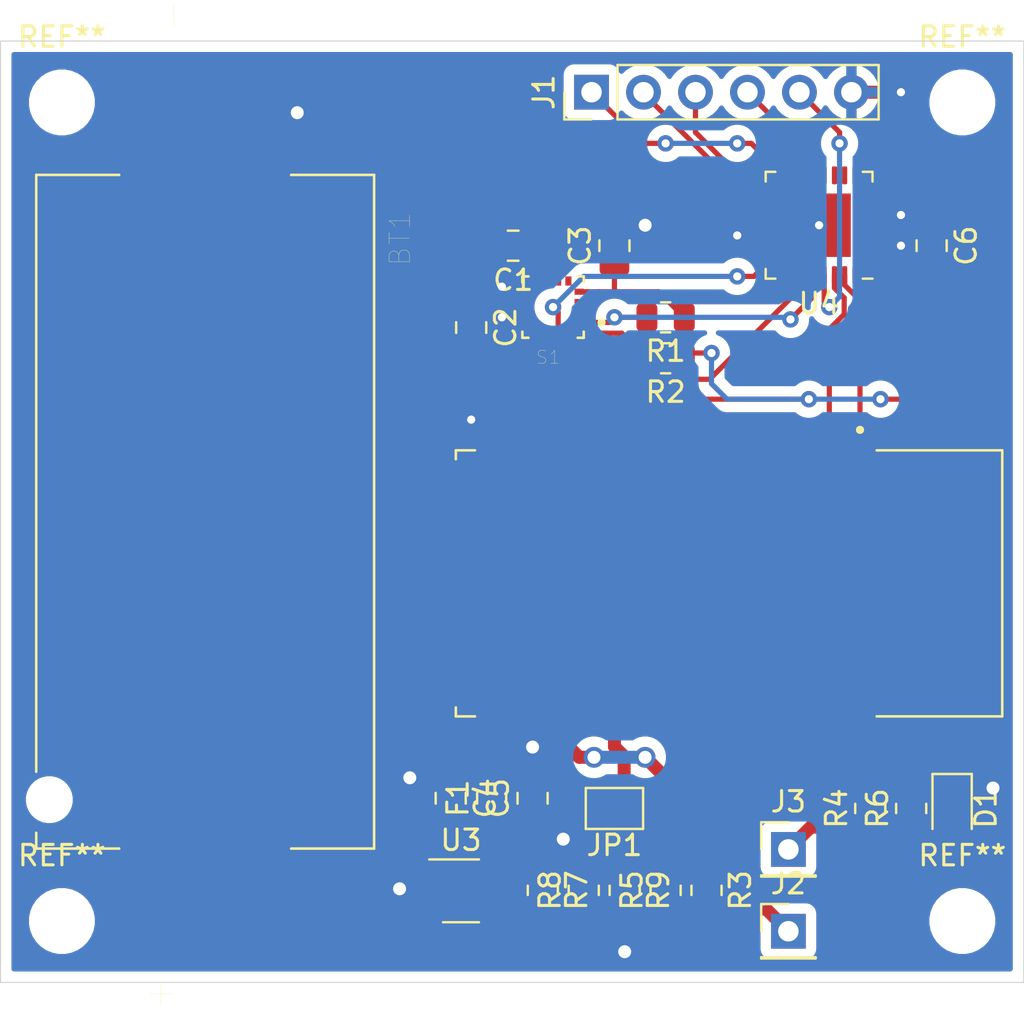
<source format=kicad_pcb>
(kicad_pcb (version 20171130) (host pcbnew "(5.1.8)-1")

  (general
    (thickness 1.6)
    (drawings 14)
    (tracks 223)
    (zones 0)
    (modules 30)
    (nets 24)
  )

  (page A4)
  (layers
    (0 F.Cu signal)
    (31 B.Cu signal)
    (32 B.Adhes user)
    (33 F.Adhes user)
    (34 B.Paste user)
    (35 F.Paste user)
    (36 B.SilkS user)
    (37 F.SilkS user)
    (38 B.Mask user)
    (39 F.Mask user)
    (40 Dwgs.User user)
    (41 Cmts.User user hide)
    (42 Eco1.User user)
    (43 Eco2.User user)
    (44 Edge.Cuts user)
    (45 Margin user)
    (46 B.CrtYd user)
    (47 F.CrtYd user)
    (48 B.Fab user)
    (49 F.Fab user)
  )

  (setup
    (last_trace_width 0.635)
    (trace_clearance 0.2)
    (zone_clearance 0.508)
    (zone_45_only no)
    (trace_min 0.2)
    (via_size 0.8)
    (via_drill 0.4)
    (via_min_size 0.4)
    (via_min_drill 0.3)
    (user_via 1.016 0.635)
    (uvia_size 0.3)
    (uvia_drill 0.1)
    (uvias_allowed no)
    (uvia_min_size 0.2)
    (uvia_min_drill 0.1)
    (edge_width 0.05)
    (segment_width 0.2)
    (pcb_text_width 0.3)
    (pcb_text_size 1.5 1.5)
    (mod_edge_width 0.12)
    (mod_text_size 1 1)
    (mod_text_width 0.15)
    (pad_size 5.33 7.06)
    (pad_drill 0)
    (pad_to_mask_clearance 0)
    (aux_axis_origin 0 0)
    (visible_elements 7FFDFFDF)
    (pcbplotparams
      (layerselection 0x010fc_ffffffff)
      (usegerberextensions false)
      (usegerberattributes true)
      (usegerberadvancedattributes true)
      (creategerberjobfile true)
      (excludeedgelayer true)
      (linewidth 0.100000)
      (plotframeref false)
      (viasonmask false)
      (mode 1)
      (useauxorigin false)
      (hpglpennumber 1)
      (hpglpenspeed 20)
      (hpglpendiameter 15.000000)
      (psnegative false)
      (psa4output false)
      (plotreference true)
      (plotvalue true)
      (plotinvisibletext false)
      (padsonsilk false)
      (subtractmaskfromsilk false)
      (outputformat 1)
      (mirror false)
      (drillshape 1)
      (scaleselection 1)
      (outputdirectory ""))
  )

  (net 0 "")
  (net 1 "Net-(C1-Pad1)")
  (net 2 "Net-(C1-Pad2)")
  (net 3 GND)
  (net 4 "Net-(C2-Pad1)")
  (net 5 3.3V)
  (net 6 "Net-(JP1-Pad1)")
  (net 7 SCL)
  (net 8 SDA)
  (net 9 INT)
  (net 10 UART_TXD)
  (net 11 UART_RXD)
  (net 12 3.6V)
  (net 13 "Net-(D1-Pad2)")
  (net 14 "Net-(F1-Pad1)")
  (net 15 "Net-(J1-Pad1)")
  (net 16 "Net-(J1-Pad3)")
  (net 17 "Net-(J1-Pad4)")
  (net 18 "Net-(J1-Pad5)")
  (net 19 "Net-(R4-Pad2)")
  (net 20 "Net-(R7-Pad2)")
  (net 21 "Net-(R8-Pad2)")
  (net 22 "Net-(J2-Pad1)")
  (net 23 "Net-(J3-Pad1)")

  (net_class Default "This is the default net class."
    (clearance 0.2)
    (trace_width 0.635)
    (via_dia 0.8)
    (via_drill 0.4)
    (uvia_dia 0.3)
    (uvia_drill 0.1)
    (add_net 3.6V)
    (add_net "Net-(JP1-Pad1)")
    (add_net "Net-(R4-Pad2)")
  )

  (net_class Small ""
    (clearance 0.2)
    (trace_width 0.254)
    (via_dia 0.8)
    (via_drill 0.4)
    (uvia_dia 0.3)
    (uvia_drill 0.1)
    (add_net 3.3V)
    (add_net GND)
    (add_net INT)
    (add_net "Net-(C1-Pad1)")
    (add_net "Net-(C1-Pad2)")
    (add_net "Net-(C2-Pad1)")
    (add_net "Net-(D1-Pad2)")
    (add_net "Net-(F1-Pad1)")
    (add_net "Net-(J1-Pad1)")
    (add_net "Net-(J1-Pad3)")
    (add_net "Net-(J1-Pad4)")
    (add_net "Net-(J1-Pad5)")
    (add_net "Net-(J2-Pad1)")
    (add_net "Net-(J3-Pad1)")
    (add_net "Net-(R7-Pad2)")
    (add_net "Net-(R8-Pad2)")
    (add_net SCL)
    (add_net SDA)
    (add_net UART_RXD)
    (add_net UART_TXD)
  )

  (module Dokumenty:XCVR_BLUETOOTH-SERIAL-HC-06 (layer F.Cu) (tedit 60099FC1) (tstamp 600E5272)
    (at 100.5 68.5 270)
    (path /5FEB7CE5)
    (fp_text reference U2 (at -3.325 -15.135 90) (layer F.SilkS)
      (effects (font (size 1 1) (thickness 0.015)))
    )
    (fp_text value HC-06 (at 10.145 15.135 90) (layer F.Fab)
      (effects (font (size 1 1) (thickness 0.015)))
    )
    (fp_text user ANTENNA (at -3.81 -10.16 90) (layer F.Fab)
      (effects (font (size 1 1) (thickness 0.015)))
    )
    (fp_line (start -6.5 -8.65) (end 6.5 -8.65) (layer F.Fab) (width 0.127))
    (fp_line (start -7.25 14) (end -7.25 -13.7) (layer F.CrtYd) (width 0.05))
    (fp_line (start 7.25 14) (end -7.25 14) (layer F.CrtYd) (width 0.05))
    (fp_line (start 7.25 -13.7) (end 7.25 14) (layer F.CrtYd) (width 0.05))
    (fp_line (start -7.25 -13.7) (end 7.25 -13.7) (layer F.CrtYd) (width 0.05))
    (fp_circle (center -7.5 -6.5) (end -7.4 -6.5) (layer F.Fab) (width 0.2))
    (fp_circle (center -7.5 -6.5) (end -7.4 -6.5) (layer F.SilkS) (width 0.2))
    (fp_line (start 6.5 -13.45) (end 6.5 -7.3135) (layer F.SilkS) (width 0.127))
    (fp_line (start -6.5 -13.45) (end 6.5 -13.45) (layer F.SilkS) (width 0.127))
    (fp_line (start -6.5 -7.3135) (end -6.5 -13.45) (layer F.SilkS) (width 0.127))
    (fp_line (start 6.5 13.25) (end 6.5 12.3135) (layer F.SilkS) (width 0.127))
    (fp_line (start 6.0635 13.25) (end 6.5 13.25) (layer F.SilkS) (width 0.127))
    (fp_line (start -6.5 13.25) (end -6.0635 13.25) (layer F.SilkS) (width 0.127))
    (fp_line (start -6.5 12.3135) (end -6.5 13.25) (layer F.SilkS) (width 0.127))
    (fp_line (start -6.5 -8.65) (end -6.5 -13.45) (layer F.Fab) (width 0.127))
    (fp_line (start -6.5 13.25) (end -6.5 -8.65) (layer F.Fab) (width 0.127))
    (fp_line (start 6.5 13.25) (end -6.5 13.25) (layer F.Fab) (width 0.127))
    (fp_line (start 6.5 -8.65) (end 6.5 13.25) (layer F.Fab) (width 0.127))
    (fp_line (start 6.5 -13.45) (end 6.5 -8.65) (layer F.Fab) (width 0.127))
    (fp_line (start -6.5 -13.45) (end 6.5 -13.45) (layer F.Fab) (width 0.127))
    (pad 34 smd rect (at 6.5 -6.5 270) (size 1 1) (layers F.Cu F.Paste F.Mask))
    (pad 33 smd rect (at 6.5 -5 270) (size 1 1) (layers F.Cu F.Paste F.Mask))
    (pad 32 smd rect (at 6.5 -3.5 270) (size 1 1) (layers F.Cu F.Paste F.Mask))
    (pad 31 smd rect (at 6.5 -2 270) (size 1 1) (layers F.Cu F.Paste F.Mask))
    (pad 30 smd rect (at 6.5 -0.5 270) (size 1 1) (layers F.Cu F.Paste F.Mask))
    (pad 29 smd rect (at 6.5 1 270) (size 1 1) (layers F.Cu F.Paste F.Mask))
    (pad 28 smd rect (at 6.5 2.5 270) (size 1 1) (layers F.Cu F.Paste F.Mask))
    (pad 27 smd rect (at 6.5 4 270) (size 1 1) (layers F.Cu F.Paste F.Mask))
    (pad 26 smd rect (at 6.5 5.5 270) (size 1 1) (layers F.Cu F.Paste F.Mask)
      (net 6 "Net-(JP1-Pad1)"))
    (pad 25 smd rect (at 6.5 7 270) (size 1 1) (layers F.Cu F.Paste F.Mask))
    (pad 24 smd rect (at 6.5 8.5 270) (size 1 1) (layers F.Cu F.Paste F.Mask)
      (net 19 "Net-(R4-Pad2)"))
    (pad 23 smd rect (at 6.5 10 270) (size 1 1) (layers F.Cu F.Paste F.Mask))
    (pad 22 smd rect (at 6.5 11.5 270) (size 1 1) (layers F.Cu F.Paste F.Mask)
      (net 3 GND))
    (pad 21 smd rect (at 5.25 13.25 270) (size 1 1) (layers F.Cu F.Paste F.Mask)
      (net 3 GND))
    (pad 20 smd rect (at 3.75 13.25 270) (size 1 1) (layers F.Cu F.Paste F.Mask))
    (pad 19 smd rect (at 2.25 13.25 270) (size 1 1) (layers F.Cu F.Paste F.Mask))
    (pad 18 smd rect (at 0.75 13.25 270) (size 1 1) (layers F.Cu F.Paste F.Mask))
    (pad 17 smd rect (at -0.75 13.25 270) (size 1 1) (layers F.Cu F.Paste F.Mask))
    (pad 16 smd rect (at -2.25 13.25 270) (size 1 1) (layers F.Cu F.Paste F.Mask))
    (pad 15 smd rect (at -3.75 13.25 270) (size 1 1) (layers F.Cu F.Paste F.Mask))
    (pad 14 smd rect (at -5.25 13.25 270) (size 1 1) (layers F.Cu F.Paste F.Mask))
    (pad 13 smd rect (at -6.5 11.5 270) (size 1 1) (layers F.Cu F.Paste F.Mask)
      (net 3 GND))
    (pad 12 smd rect (at -6.5 10 270) (size 1 1) (layers F.Cu F.Paste F.Mask)
      (net 5 3.3V))
    (pad 11 smd rect (at -6.5 8.5 270) (size 1 1) (layers F.Cu F.Paste F.Mask))
    (pad 10 smd rect (at -6.5 7 270) (size 1 1) (layers F.Cu F.Paste F.Mask))
    (pad 9 smd rect (at -6.5 5.5 270) (size 1 1) (layers F.Cu F.Paste F.Mask))
    (pad 8 smd rect (at -6.5 4 270) (size 1 1) (layers F.Cu F.Paste F.Mask))
    (pad 7 smd rect (at -6.5 2.5 270) (size 1 1) (layers F.Cu F.Paste F.Mask))
    (pad 6 smd rect (at -6.5 1 270) (size 1 1) (layers F.Cu F.Paste F.Mask))
    (pad 5 smd rect (at -6.5 -0.5 270) (size 1 1) (layers F.Cu F.Paste F.Mask))
    (pad 4 smd rect (at -6.5 -2 270) (size 1 1) (layers F.Cu F.Paste F.Mask))
    (pad 3 smd rect (at -6.5 -3.5 270) (size 1 1) (layers F.Cu F.Paste F.Mask))
    (pad 2 smd rect (at -6.5 -5 270) (size 1 1) (layers F.Cu F.Paste F.Mask)
      (net 11 UART_RXD))
    (pad 1 smd rect (at -6.5 -6.5 270) (size 1 1) (layers F.Cu F.Paste F.Mask)
      (net 10 UART_TXD))
  )

  (module MountingHole:MountingHole_2.2mm_M2 (layer F.Cu) (tedit 56D1B4CB) (tstamp 600E54EC)
    (at 112 85)
    (descr "Mounting Hole 2.2mm, no annular, M2")
    (tags "mounting hole 2.2mm no annular m2")
    (attr virtual)
    (fp_text reference REF** (at 0 -3.2) (layer F.SilkS)
      (effects (font (size 1 1) (thickness 0.15)))
    )
    (fp_text value MountingHole_2.2mm_M2 (at 0 3.2) (layer F.Fab)
      (effects (font (size 1 1) (thickness 0.15)))
    )
    (fp_circle (center 0 0) (end 2.45 0) (layer F.CrtYd) (width 0.05))
    (fp_circle (center 0 0) (end 2.2 0) (layer Cmts.User) (width 0.15))
    (fp_text user %R (at 0.3 0) (layer F.Fab)
      (effects (font (size 1 1) (thickness 0.15)))
    )
    (pad 1 np_thru_hole circle (at 0 0) (size 2.2 2.2) (drill 2.2) (layers *.Cu *.Mask))
  )

  (module MountingHole:MountingHole_2.2mm_M2 (layer F.Cu) (tedit 56D1B4CB) (tstamp 600E48BA)
    (at 68 85)
    (descr "Mounting Hole 2.2mm, no annular, M2")
    (tags "mounting hole 2.2mm no annular m2")
    (attr virtual)
    (fp_text reference REF** (at 0 -3.2) (layer F.SilkS)
      (effects (font (size 1 1) (thickness 0.15)))
    )
    (fp_text value MountingHole_2.2mm_M2 (at 0 3.2) (layer F.Fab)
      (effects (font (size 1 1) (thickness 0.15)))
    )
    (fp_text user %R (at 0.3 0) (layer F.Fab)
      (effects (font (size 1 1) (thickness 0.15)))
    )
    (fp_circle (center 0 0) (end 2.2 0) (layer Cmts.User) (width 0.15))
    (fp_circle (center 0 0) (end 2.45 0) (layer F.CrtYd) (width 0.05))
    (pad 1 np_thru_hole circle (at 0 0) (size 2.2 2.2) (drill 2.2) (layers *.Cu *.Mask))
  )

  (module MountingHole:MountingHole_2.2mm_M2 (layer F.Cu) (tedit 56D1B4CB) (tstamp 600E48AC)
    (at 112 45)
    (descr "Mounting Hole 2.2mm, no annular, M2")
    (tags "mounting hole 2.2mm no annular m2")
    (attr virtual)
    (fp_text reference REF** (at 0 -3.2) (layer F.SilkS)
      (effects (font (size 1 1) (thickness 0.15)))
    )
    (fp_text value MountingHole_2.2mm_M2 (at 0 3.2) (layer F.Fab)
      (effects (font (size 1 1) (thickness 0.15)))
    )
    (fp_circle (center 0 0) (end 2.45 0) (layer F.CrtYd) (width 0.05))
    (fp_circle (center 0 0) (end 2.2 0) (layer Cmts.User) (width 0.15))
    (fp_text user %R (at 0.3 0) (layer F.Fab)
      (effects (font (size 1 1) (thickness 0.15)))
    )
    (pad 1 np_thru_hole circle (at 0 0) (size 2.2 2.2) (drill 2.2) (layers *.Cu *.Mask))
  )

  (module MountingHole:MountingHole_2.2mm_M2 (layer F.Cu) (tedit 56D1B4CB) (tstamp 600E28D8)
    (at 68 45)
    (descr "Mounting Hole 2.2mm, no annular, M2")
    (tags "mounting hole 2.2mm no annular m2")
    (attr virtual)
    (fp_text reference REF** (at 0 -3.2) (layer F.SilkS)
      (effects (font (size 1 1) (thickness 0.15)))
    )
    (fp_text value MountingHole_2.2mm_M2 (at 0 3.2) (layer F.Fab)
      (effects (font (size 1 1) (thickness 0.15)))
    )
    (fp_text user %R (at 0.3 0) (layer F.Fab)
      (effects (font (size 1 1) (thickness 0.15)))
    )
    (fp_circle (center 0 0) (end 2.2 0) (layer Cmts.User) (width 0.15))
    (fp_circle (center 0 0) (end 2.45 0) (layer F.CrtYd) (width 0.05))
    (pad 1 np_thru_hole circle (at 0 0) (size 2.2 2.2) (drill 2.2) (layers *.Cu *.Mask))
  )

  (module Capacitor_SMD:C_0805_2012Metric (layer F.Cu) (tedit 5F68FEEE) (tstamp 600E6FB7)
    (at 90.05 52 180)
    (descr "Capacitor SMD 0805 (2012 Metric), square (rectangular) end terminal, IPC_7351 nominal, (Body size source: IPC-SM-782 page 76, https://www.pcb-3d.com/wordpress/wp-content/uploads/ipc-sm-782a_amendment_1_and_2.pdf, https://docs.google.com/spreadsheets/d/1BsfQQcO9C6DZCsRaXUlFlo91Tg2WpOkGARC1WS5S8t0/edit?usp=sharing), generated with kicad-footprint-generator")
    (tags capacitor)
    (path /6008913F)
    (attr smd)
    (fp_text reference C1 (at 0 -1.68) (layer F.SilkS)
      (effects (font (size 1 1) (thickness 0.15)))
    )
    (fp_text value 220n (at 0 1.68) (layer F.Fab)
      (effects (font (size 1 1) (thickness 0.15)))
    )
    (fp_line (start -1 0.625) (end -1 -0.625) (layer F.Fab) (width 0.1))
    (fp_line (start -1 -0.625) (end 1 -0.625) (layer F.Fab) (width 0.1))
    (fp_line (start 1 -0.625) (end 1 0.625) (layer F.Fab) (width 0.1))
    (fp_line (start 1 0.625) (end -1 0.625) (layer F.Fab) (width 0.1))
    (fp_line (start -0.261252 -0.735) (end 0.261252 -0.735) (layer F.SilkS) (width 0.12))
    (fp_line (start -0.261252 0.735) (end 0.261252 0.735) (layer F.SilkS) (width 0.12))
    (fp_line (start -1.7 0.98) (end -1.7 -0.98) (layer F.CrtYd) (width 0.05))
    (fp_line (start -1.7 -0.98) (end 1.7 -0.98) (layer F.CrtYd) (width 0.05))
    (fp_line (start 1.7 -0.98) (end 1.7 0.98) (layer F.CrtYd) (width 0.05))
    (fp_line (start 1.7 0.98) (end -1.7 0.98) (layer F.CrtYd) (width 0.05))
    (fp_text user %R (at 0 0) (layer F.Fab)
      (effects (font (size 0.5 0.5) (thickness 0.08)))
    )
    (pad 1 smd roundrect (at -0.95 0 180) (size 1 1.45) (layers F.Cu F.Paste F.Mask) (roundrect_rratio 0.25)
      (net 1 "Net-(C1-Pad1)"))
    (pad 2 smd roundrect (at 0.95 0 180) (size 1 1.45) (layers F.Cu F.Paste F.Mask) (roundrect_rratio 0.25)
      (net 2 "Net-(C1-Pad2)"))
    (model ${KISYS3DMOD}/Capacitor_SMD.3dshapes/C_0805_2012Metric.wrl
      (at (xyz 0 0 0))
      (scale (xyz 1 1 1))
      (rotate (xyz 0 0 0))
    )
  )

  (module Capacitor_SMD:C_0805_2012Metric (layer F.Cu) (tedit 5F68FEEE) (tstamp 600E6F87)
    (at 88 56 270)
    (descr "Capacitor SMD 0805 (2012 Metric), square (rectangular) end terminal, IPC_7351 nominal, (Body size source: IPC-SM-782 page 76, https://www.pcb-3d.com/wordpress/wp-content/uploads/ipc-sm-782a_amendment_1_and_2.pdf, https://docs.google.com/spreadsheets/d/1BsfQQcO9C6DZCsRaXUlFlo91Tg2WpOkGARC1WS5S8t0/edit?usp=sharing), generated with kicad-footprint-generator")
    (tags capacitor)
    (path /600D6749)
    (attr smd)
    (fp_text reference C2 (at 0 -1.68 90) (layer F.SilkS)
      (effects (font (size 1 1) (thickness 0.15)))
    )
    (fp_text value 4.7u (at 0 1.68 90) (layer F.Fab)
      (effects (font (size 1 1) (thickness 0.15)))
    )
    (fp_line (start 1.7 0.98) (end -1.7 0.98) (layer F.CrtYd) (width 0.05))
    (fp_line (start 1.7 -0.98) (end 1.7 0.98) (layer F.CrtYd) (width 0.05))
    (fp_line (start -1.7 -0.98) (end 1.7 -0.98) (layer F.CrtYd) (width 0.05))
    (fp_line (start -1.7 0.98) (end -1.7 -0.98) (layer F.CrtYd) (width 0.05))
    (fp_line (start -0.261252 0.735) (end 0.261252 0.735) (layer F.SilkS) (width 0.12))
    (fp_line (start -0.261252 -0.735) (end 0.261252 -0.735) (layer F.SilkS) (width 0.12))
    (fp_line (start 1 0.625) (end -1 0.625) (layer F.Fab) (width 0.1))
    (fp_line (start 1 -0.625) (end 1 0.625) (layer F.Fab) (width 0.1))
    (fp_line (start -1 -0.625) (end 1 -0.625) (layer F.Fab) (width 0.1))
    (fp_line (start -1 0.625) (end -1 -0.625) (layer F.Fab) (width 0.1))
    (fp_text user %R (at 0 0 90) (layer F.Fab)
      (effects (font (size 0.5 0.5) (thickness 0.08)))
    )
    (pad 2 smd roundrect (at 0.95 0 270) (size 1 1.45) (layers F.Cu F.Paste F.Mask) (roundrect_rratio 0.25)
      (net 3 GND))
    (pad 1 smd roundrect (at -0.95 0 270) (size 1 1.45) (layers F.Cu F.Paste F.Mask) (roundrect_rratio 0.25)
      (net 4 "Net-(C2-Pad1)"))
    (model ${KISYS3DMOD}/Capacitor_SMD.3dshapes/C_0805_2012Metric.wrl
      (at (xyz 0 0 0))
      (scale (xyz 1 1 1))
      (rotate (xyz 0 0 0))
    )
  )

  (module Capacitor_SMD:C_0805_2012Metric (layer F.Cu) (tedit 5F68FEEE) (tstamp 600E6FE7)
    (at 95 52 90)
    (descr "Capacitor SMD 0805 (2012 Metric), square (rectangular) end terminal, IPC_7351 nominal, (Body size source: IPC-SM-782 page 76, https://www.pcb-3d.com/wordpress/wp-content/uploads/ipc-sm-782a_amendment_1_and_2.pdf, https://docs.google.com/spreadsheets/d/1BsfQQcO9C6DZCsRaXUlFlo91Tg2WpOkGARC1WS5S8t0/edit?usp=sharing), generated with kicad-footprint-generator")
    (tags capacitor)
    (path /6009E292)
    (attr smd)
    (fp_text reference C3 (at 0 -1.68 90) (layer F.SilkS)
      (effects (font (size 1 1) (thickness 0.15)))
    )
    (fp_text value 100n (at 0 1.68 90) (layer F.Fab)
      (effects (font (size 1 1) (thickness 0.15)))
    )
    (fp_line (start -1 0.625) (end -1 -0.625) (layer F.Fab) (width 0.1))
    (fp_line (start -1 -0.625) (end 1 -0.625) (layer F.Fab) (width 0.1))
    (fp_line (start 1 -0.625) (end 1 0.625) (layer F.Fab) (width 0.1))
    (fp_line (start 1 0.625) (end -1 0.625) (layer F.Fab) (width 0.1))
    (fp_line (start -0.261252 -0.735) (end 0.261252 -0.735) (layer F.SilkS) (width 0.12))
    (fp_line (start -0.261252 0.735) (end 0.261252 0.735) (layer F.SilkS) (width 0.12))
    (fp_line (start -1.7 0.98) (end -1.7 -0.98) (layer F.CrtYd) (width 0.05))
    (fp_line (start -1.7 -0.98) (end 1.7 -0.98) (layer F.CrtYd) (width 0.05))
    (fp_line (start 1.7 -0.98) (end 1.7 0.98) (layer F.CrtYd) (width 0.05))
    (fp_line (start 1.7 0.98) (end -1.7 0.98) (layer F.CrtYd) (width 0.05))
    (fp_text user %R (at 0 0 90) (layer F.Fab)
      (effects (font (size 0.5 0.5) (thickness 0.08)))
    )
    (pad 1 smd roundrect (at -0.95 0 90) (size 1 1.45) (layers F.Cu F.Paste F.Mask) (roundrect_rratio 0.25)
      (net 5 3.3V))
    (pad 2 smd roundrect (at 0.95 0 90) (size 1 1.45) (layers F.Cu F.Paste F.Mask) (roundrect_rratio 0.25)
      (net 3 GND))
    (model ${KISYS3DMOD}/Capacitor_SMD.3dshapes/C_0805_2012Metric.wrl
      (at (xyz 0 0 0))
      (scale (xyz 1 1 1))
      (rotate (xyz 0 0 0))
    )
  )

  (module Capacitor_SMD:C_0805_2012Metric (layer F.Cu) (tedit 5F68FEEE) (tstamp 600E34CF)
    (at 110.5 52 270)
    (descr "Capacitor SMD 0805 (2012 Metric), square (rectangular) end terminal, IPC_7351 nominal, (Body size source: IPC-SM-782 page 76, https://www.pcb-3d.com/wordpress/wp-content/uploads/ipc-sm-782a_amendment_1_and_2.pdf, https://docs.google.com/spreadsheets/d/1BsfQQcO9C6DZCsRaXUlFlo91Tg2WpOkGARC1WS5S8t0/edit?usp=sharing), generated with kicad-footprint-generator")
    (tags capacitor)
    (path /6001938B)
    (attr smd)
    (fp_text reference C6 (at 0 -1.68 90) (layer F.SilkS)
      (effects (font (size 1 1) (thickness 0.15)))
    )
    (fp_text value 100n (at 0 1.68 90) (layer F.Fab)
      (effects (font (size 1 1) (thickness 0.15)))
    )
    (fp_line (start 1.7 0.98) (end -1.7 0.98) (layer F.CrtYd) (width 0.05))
    (fp_line (start 1.7 -0.98) (end 1.7 0.98) (layer F.CrtYd) (width 0.05))
    (fp_line (start -1.7 -0.98) (end 1.7 -0.98) (layer F.CrtYd) (width 0.05))
    (fp_line (start -1.7 0.98) (end -1.7 -0.98) (layer F.CrtYd) (width 0.05))
    (fp_line (start -0.261252 0.735) (end 0.261252 0.735) (layer F.SilkS) (width 0.12))
    (fp_line (start -0.261252 -0.735) (end 0.261252 -0.735) (layer F.SilkS) (width 0.12))
    (fp_line (start 1 0.625) (end -1 0.625) (layer F.Fab) (width 0.1))
    (fp_line (start 1 -0.625) (end 1 0.625) (layer F.Fab) (width 0.1))
    (fp_line (start -1 -0.625) (end 1 -0.625) (layer F.Fab) (width 0.1))
    (fp_line (start -1 0.625) (end -1 -0.625) (layer F.Fab) (width 0.1))
    (fp_text user %R (at 0 0 90) (layer F.Fab)
      (effects (font (size 0.5 0.5) (thickness 0.08)))
    )
    (pad 2 smd roundrect (at 0.95 0 270) (size 1 1.45) (layers F.Cu F.Paste F.Mask) (roundrect_rratio 0.25)
      (net 3 GND))
    (pad 1 smd roundrect (at -0.95 0 270) (size 1 1.45) (layers F.Cu F.Paste F.Mask) (roundrect_rratio 0.25)
      (net 5 3.3V))
    (model ${KISYS3DMOD}/Capacitor_SMD.3dshapes/C_0805_2012Metric.wrl
      (at (xyz 0 0 0))
      (scale (xyz 1 1 1))
      (rotate (xyz 0 0 0))
    )
  )

  (module Diode_SMD:D_0805_2012Metric (layer F.Cu) (tedit 5F68FEF0) (tstamp 600E58B1)
    (at 111.5 79.5 270)
    (descr "Diode SMD 0805 (2012 Metric), square (rectangular) end terminal, IPC_7351 nominal, (Body size source: https://docs.google.com/spreadsheets/d/1BsfQQcO9C6DZCsRaXUlFlo91Tg2WpOkGARC1WS5S8t0/edit?usp=sharing), generated with kicad-footprint-generator")
    (tags diode)
    (path /5FF69DBC)
    (attr smd)
    (fp_text reference D1 (at 0 -1.65 90) (layer F.SilkS)
      (effects (font (size 1 1) (thickness 0.15)))
    )
    (fp_text value LED (at 0 1.65 90) (layer F.Fab)
      (effects (font (size 1 1) (thickness 0.15)))
    )
    (fp_line (start 1 -0.6) (end -0.7 -0.6) (layer F.Fab) (width 0.1))
    (fp_line (start -0.7 -0.6) (end -1 -0.3) (layer F.Fab) (width 0.1))
    (fp_line (start -1 -0.3) (end -1 0.6) (layer F.Fab) (width 0.1))
    (fp_line (start -1 0.6) (end 1 0.6) (layer F.Fab) (width 0.1))
    (fp_line (start 1 0.6) (end 1 -0.6) (layer F.Fab) (width 0.1))
    (fp_line (start 1 -0.96) (end -1.685 -0.96) (layer F.SilkS) (width 0.12))
    (fp_line (start -1.685 -0.96) (end -1.685 0.96) (layer F.SilkS) (width 0.12))
    (fp_line (start -1.685 0.96) (end 1 0.96) (layer F.SilkS) (width 0.12))
    (fp_line (start -1.68 0.95) (end -1.68 -0.95) (layer F.CrtYd) (width 0.05))
    (fp_line (start -1.68 -0.95) (end 1.68 -0.95) (layer F.CrtYd) (width 0.05))
    (fp_line (start 1.68 -0.95) (end 1.68 0.95) (layer F.CrtYd) (width 0.05))
    (fp_line (start 1.68 0.95) (end -1.68 0.95) (layer F.CrtYd) (width 0.05))
    (fp_text user %R (at 0 0 90) (layer F.Fab)
      (effects (font (size 0.5 0.5) (thickness 0.08)))
    )
    (pad 1 smd roundrect (at -0.9375 0 270) (size 0.975 1.4) (layers F.Cu F.Paste F.Mask) (roundrect_rratio 0.25)
      (net 3 GND))
    (pad 2 smd roundrect (at 0.9375 0 270) (size 0.975 1.4) (layers F.Cu F.Paste F.Mask) (roundrect_rratio 0.25)
      (net 13 "Net-(D1-Pad2)"))
    (model ${KISYS3DMOD}/Diode_SMD.3dshapes/D_0805_2012Metric.wrl
      (at (xyz 0 0 0))
      (scale (xyz 1 1 1))
      (rotate (xyz 0 0 0))
    )
  )

  (module Connector_PinHeader_2.54mm:PinHeader_1x06_P2.54mm_Vertical (layer F.Cu) (tedit 59FED5CC) (tstamp 6009B1C7)
    (at 93.88 44.5 90)
    (descr "Through hole straight pin header, 1x06, 2.54mm pitch, single row")
    (tags "Through hole pin header THT 1x06 2.54mm single row")
    (path /60070624)
    (fp_text reference J1 (at 0 -2.33 90) (layer F.SilkS)
      (effects (font (size 1 1) (thickness 0.15)))
    )
    (fp_text value Conn_01x06_Male (at 0 15.03 90) (layer F.Fab)
      (effects (font (size 1 1) (thickness 0.15)))
    )
    (fp_line (start -0.635 -1.27) (end 1.27 -1.27) (layer F.Fab) (width 0.1))
    (fp_line (start 1.27 -1.27) (end 1.27 13.97) (layer F.Fab) (width 0.1))
    (fp_line (start 1.27 13.97) (end -1.27 13.97) (layer F.Fab) (width 0.1))
    (fp_line (start -1.27 13.97) (end -1.27 -0.635) (layer F.Fab) (width 0.1))
    (fp_line (start -1.27 -0.635) (end -0.635 -1.27) (layer F.Fab) (width 0.1))
    (fp_line (start -1.33 14.03) (end 1.33 14.03) (layer F.SilkS) (width 0.12))
    (fp_line (start -1.33 1.27) (end -1.33 14.03) (layer F.SilkS) (width 0.12))
    (fp_line (start 1.33 1.27) (end 1.33 14.03) (layer F.SilkS) (width 0.12))
    (fp_line (start -1.33 1.27) (end 1.33 1.27) (layer F.SilkS) (width 0.12))
    (fp_line (start -1.33 0) (end -1.33 -1.33) (layer F.SilkS) (width 0.12))
    (fp_line (start -1.33 -1.33) (end 0 -1.33) (layer F.SilkS) (width 0.12))
    (fp_line (start -1.8 -1.8) (end -1.8 14.5) (layer F.CrtYd) (width 0.05))
    (fp_line (start -1.8 14.5) (end 1.8 14.5) (layer F.CrtYd) (width 0.05))
    (fp_line (start 1.8 14.5) (end 1.8 -1.8) (layer F.CrtYd) (width 0.05))
    (fp_line (start 1.8 -1.8) (end -1.8 -1.8) (layer F.CrtYd) (width 0.05))
    (fp_text user %R (at 0 6.35) (layer F.Fab)
      (effects (font (size 1 1) (thickness 0.15)))
    )
    (pad 1 thru_hole rect (at 0 0 90) (size 1.7 1.7) (drill 1) (layers *.Cu *.Mask)
      (net 15 "Net-(J1-Pad1)"))
    (pad 2 thru_hole oval (at 0 2.54 90) (size 1.7 1.7) (drill 1) (layers *.Cu *.Mask)
      (net 5 3.3V))
    (pad 3 thru_hole oval (at 0 5.08 90) (size 1.7 1.7) (drill 1) (layers *.Cu *.Mask)
      (net 16 "Net-(J1-Pad3)"))
    (pad 4 thru_hole oval (at 0 7.62 90) (size 1.7 1.7) (drill 1) (layers *.Cu *.Mask)
      (net 17 "Net-(J1-Pad4)"))
    (pad 5 thru_hole oval (at 0 10.16 90) (size 1.7 1.7) (drill 1) (layers *.Cu *.Mask)
      (net 18 "Net-(J1-Pad5)"))
    (pad 6 thru_hole oval (at 0 12.7 90) (size 1.7 1.7) (drill 1) (layers *.Cu *.Mask)
      (net 3 GND))
    (model ${KISYS3DMOD}/Connector_PinHeader_2.54mm.3dshapes/PinHeader_1x06_P2.54mm_Vertical.wrl
      (at (xyz 0 0 0))
      (scale (xyz 1 1 1))
      (rotate (xyz 0 0 0))
    )
  )

  (module Resistor_SMD:R_0805_2012Metric (layer F.Cu) (tedit 5F68FEEE) (tstamp 600E7017)
    (at 97.5 55.5 180)
    (descr "Resistor SMD 0805 (2012 Metric), square (rectangular) end terminal, IPC_7351 nominal, (Body size source: IPC-SM-782 page 72, https://www.pcb-3d.com/wordpress/wp-content/uploads/ipc-sm-782a_amendment_1_and_2.pdf), generated with kicad-footprint-generator")
    (tags resistor)
    (path /600D7AA2)
    (attr smd)
    (fp_text reference R1 (at 0 -1.65) (layer F.SilkS)
      (effects (font (size 1 1) (thickness 0.15)))
    )
    (fp_text value 2.2k (at 0 1.65) (layer F.Fab)
      (effects (font (size 1 1) (thickness 0.15)))
    )
    (fp_line (start 1.68 0.95) (end -1.68 0.95) (layer F.CrtYd) (width 0.05))
    (fp_line (start 1.68 -0.95) (end 1.68 0.95) (layer F.CrtYd) (width 0.05))
    (fp_line (start -1.68 -0.95) (end 1.68 -0.95) (layer F.CrtYd) (width 0.05))
    (fp_line (start -1.68 0.95) (end -1.68 -0.95) (layer F.CrtYd) (width 0.05))
    (fp_line (start -0.227064 0.735) (end 0.227064 0.735) (layer F.SilkS) (width 0.12))
    (fp_line (start -0.227064 -0.735) (end 0.227064 -0.735) (layer F.SilkS) (width 0.12))
    (fp_line (start 1 0.625) (end -1 0.625) (layer F.Fab) (width 0.1))
    (fp_line (start 1 -0.625) (end 1 0.625) (layer F.Fab) (width 0.1))
    (fp_line (start -1 -0.625) (end 1 -0.625) (layer F.Fab) (width 0.1))
    (fp_line (start -1 0.625) (end -1 -0.625) (layer F.Fab) (width 0.1))
    (fp_text user %R (at 0 0) (layer F.Fab)
      (effects (font (size 0.5 0.5) (thickness 0.08)))
    )
    (pad 2 smd roundrect (at 0.9125 0 180) (size 1.025 1.4) (layers F.Cu F.Paste F.Mask) (roundrect_rratio 0.243902)
      (net 7 SCL))
    (pad 1 smd roundrect (at -0.9125 0 180) (size 1.025 1.4) (layers F.Cu F.Paste F.Mask) (roundrect_rratio 0.243902)
      (net 5 3.3V))
    (model ${KISYS3DMOD}/Resistor_SMD.3dshapes/R_0805_2012Metric.wrl
      (at (xyz 0 0 0))
      (scale (xyz 1 1 1))
      (rotate (xyz 0 0 0))
    )
  )

  (module Resistor_SMD:R_0805_2012Metric (layer F.Cu) (tedit 5F68FEEE) (tstamp 600E7047)
    (at 97.5 57.5 180)
    (descr "Resistor SMD 0805 (2012 Metric), square (rectangular) end terminal, IPC_7351 nominal, (Body size source: IPC-SM-782 page 72, https://www.pcb-3d.com/wordpress/wp-content/uploads/ipc-sm-782a_amendment_1_and_2.pdf), generated with kicad-footprint-generator")
    (tags resistor)
    (path /600D8CF5)
    (attr smd)
    (fp_text reference R2 (at 0 -1.65) (layer F.SilkS)
      (effects (font (size 1 1) (thickness 0.15)))
    )
    (fp_text value 2.2k (at 0 1.65) (layer F.Fab)
      (effects (font (size 1 1) (thickness 0.15)))
    )
    (fp_line (start -1 0.625) (end -1 -0.625) (layer F.Fab) (width 0.1))
    (fp_line (start -1 -0.625) (end 1 -0.625) (layer F.Fab) (width 0.1))
    (fp_line (start 1 -0.625) (end 1 0.625) (layer F.Fab) (width 0.1))
    (fp_line (start 1 0.625) (end -1 0.625) (layer F.Fab) (width 0.1))
    (fp_line (start -0.227064 -0.735) (end 0.227064 -0.735) (layer F.SilkS) (width 0.12))
    (fp_line (start -0.227064 0.735) (end 0.227064 0.735) (layer F.SilkS) (width 0.12))
    (fp_line (start -1.68 0.95) (end -1.68 -0.95) (layer F.CrtYd) (width 0.05))
    (fp_line (start -1.68 -0.95) (end 1.68 -0.95) (layer F.CrtYd) (width 0.05))
    (fp_line (start 1.68 -0.95) (end 1.68 0.95) (layer F.CrtYd) (width 0.05))
    (fp_line (start 1.68 0.95) (end -1.68 0.95) (layer F.CrtYd) (width 0.05))
    (fp_text user %R (at 0 0) (layer F.Fab)
      (effects (font (size 0.5 0.5) (thickness 0.08)))
    )
    (pad 1 smd roundrect (at -0.9125 0 180) (size 1.025 1.4) (layers F.Cu F.Paste F.Mask) (roundrect_rratio 0.243902)
      (net 5 3.3V))
    (pad 2 smd roundrect (at 0.9125 0 180) (size 1.025 1.4) (layers F.Cu F.Paste F.Mask) (roundrect_rratio 0.243902)
      (net 8 SDA))
    (model ${KISYS3DMOD}/Resistor_SMD.3dshapes/R_0805_2012Metric.wrl
      (at (xyz 0 0 0))
      (scale (xyz 1 1 1))
      (rotate (xyz 0 0 0))
    )
  )

  (module Resistor_SMD:R_0805_2012Metric (layer F.Cu) (tedit 5F68FEEE) (tstamp 600E59A5)
    (at 99.5 83.5 270)
    (descr "Resistor SMD 0805 (2012 Metric), square (rectangular) end terminal, IPC_7351 nominal, (Body size source: IPC-SM-782 page 72, https://www.pcb-3d.com/wordpress/wp-content/uploads/ipc-sm-782a_amendment_1_and_2.pdf), generated with kicad-footprint-generator")
    (tags resistor)
    (path /5FF5B3BA)
    (attr smd)
    (fp_text reference R3 (at 0 -1.65 90) (layer F.SilkS)
      (effects (font (size 1 1) (thickness 0.15)))
    )
    (fp_text value 470 (at 0 1.65 90) (layer F.Fab)
      (effects (font (size 1 1) (thickness 0.15)))
    )
    (fp_text user %R (at 0 0 90) (layer F.Fab)
      (effects (font (size 0.5 0.5) (thickness 0.08)))
    )
    (fp_line (start -1 0.625) (end -1 -0.625) (layer F.Fab) (width 0.1))
    (fp_line (start -1 -0.625) (end 1 -0.625) (layer F.Fab) (width 0.1))
    (fp_line (start 1 -0.625) (end 1 0.625) (layer F.Fab) (width 0.1))
    (fp_line (start 1 0.625) (end -1 0.625) (layer F.Fab) (width 0.1))
    (fp_line (start -0.227064 -0.735) (end 0.227064 -0.735) (layer F.SilkS) (width 0.12))
    (fp_line (start -0.227064 0.735) (end 0.227064 0.735) (layer F.SilkS) (width 0.12))
    (fp_line (start -1.68 0.95) (end -1.68 -0.95) (layer F.CrtYd) (width 0.05))
    (fp_line (start -1.68 -0.95) (end 1.68 -0.95) (layer F.CrtYd) (width 0.05))
    (fp_line (start 1.68 -0.95) (end 1.68 0.95) (layer F.CrtYd) (width 0.05))
    (fp_line (start 1.68 0.95) (end -1.68 0.95) (layer F.CrtYd) (width 0.05))
    (pad 1 smd roundrect (at -0.9125 0 270) (size 1.025 1.4) (layers F.Cu F.Paste F.Mask) (roundrect_rratio 0.243902)
      (net 6 "Net-(JP1-Pad1)"))
    (pad 2 smd roundrect (at 0.9125 0 270) (size 1.025 1.4) (layers F.Cu F.Paste F.Mask) (roundrect_rratio 0.243902)
      (net 22 "Net-(J2-Pad1)"))
    (model ${KISYS3DMOD}/Resistor_SMD.3dshapes/R_0805_2012Metric.wrl
      (at (xyz 0 0 0))
      (scale (xyz 1 1 1))
      (rotate (xyz 0 0 0))
    )
  )

  (module Resistor_SMD:R_0805_2012Metric (layer F.Cu) (tedit 5F68FEEE) (tstamp 600E587F)
    (at 107.5 79.5 90)
    (descr "Resistor SMD 0805 (2012 Metric), square (rectangular) end terminal, IPC_7351 nominal, (Body size source: IPC-SM-782 page 72, https://www.pcb-3d.com/wordpress/wp-content/uploads/ipc-sm-782a_amendment_1_and_2.pdf), generated with kicad-footprint-generator")
    (tags resistor)
    (path /5FF15725)
    (attr smd)
    (fp_text reference R4 (at 0 -1.65 90) (layer F.SilkS)
      (effects (font (size 1 1) (thickness 0.15)))
    )
    (fp_text value 470 (at 0 1.65 90) (layer F.Fab)
      (effects (font (size 1 1) (thickness 0.15)))
    )
    (fp_line (start -1 0.625) (end -1 -0.625) (layer F.Fab) (width 0.1))
    (fp_line (start -1 -0.625) (end 1 -0.625) (layer F.Fab) (width 0.1))
    (fp_line (start 1 -0.625) (end 1 0.625) (layer F.Fab) (width 0.1))
    (fp_line (start 1 0.625) (end -1 0.625) (layer F.Fab) (width 0.1))
    (fp_line (start -0.227064 -0.735) (end 0.227064 -0.735) (layer F.SilkS) (width 0.12))
    (fp_line (start -0.227064 0.735) (end 0.227064 0.735) (layer F.SilkS) (width 0.12))
    (fp_line (start -1.68 0.95) (end -1.68 -0.95) (layer F.CrtYd) (width 0.05))
    (fp_line (start -1.68 -0.95) (end 1.68 -0.95) (layer F.CrtYd) (width 0.05))
    (fp_line (start 1.68 -0.95) (end 1.68 0.95) (layer F.CrtYd) (width 0.05))
    (fp_line (start 1.68 0.95) (end -1.68 0.95) (layer F.CrtYd) (width 0.05))
    (fp_text user %R (at 0 0 90) (layer F.Fab)
      (effects (font (size 0.5 0.5) (thickness 0.08)))
    )
    (pad 1 smd roundrect (at -0.9125 0 90) (size 1.025 1.4) (layers F.Cu F.Paste F.Mask) (roundrect_rratio 0.243902)
      (net 23 "Net-(J3-Pad1)"))
    (pad 2 smd roundrect (at 0.9125 0 90) (size 1.025 1.4) (layers F.Cu F.Paste F.Mask) (roundrect_rratio 0.243902)
      (net 19 "Net-(R4-Pad2)"))
    (model ${KISYS3DMOD}/Resistor_SMD.3dshapes/R_0805_2012Metric.wrl
      (at (xyz 0 0 0))
      (scale (xyz 1 1 1))
      (rotate (xyz 0 0 0))
    )
  )

  (module Resistor_SMD:R_0805_2012Metric (layer F.Cu) (tedit 5F68FEEE) (tstamp 600E5975)
    (at 97.5 83.5 90)
    (descr "Resistor SMD 0805 (2012 Metric), square (rectangular) end terminal, IPC_7351 nominal, (Body size source: IPC-SM-782 page 72, https://www.pcb-3d.com/wordpress/wp-content/uploads/ipc-sm-782a_amendment_1_and_2.pdf), generated with kicad-footprint-generator")
    (tags resistor)
    (path /5FF121DF)
    (attr smd)
    (fp_text reference R5 (at 0 -1.65 90) (layer F.SilkS)
      (effects (font (size 1 1) (thickness 0.15)))
    )
    (fp_text value 10k (at 0 1.65 90) (layer F.Fab)
      (effects (font (size 1 1) (thickness 0.15)))
    )
    (fp_text user %R (at 0 0 90) (layer F.Fab)
      (effects (font (size 0.5 0.5) (thickness 0.08)))
    )
    (fp_line (start 1.68 0.95) (end -1.68 0.95) (layer F.CrtYd) (width 0.05))
    (fp_line (start 1.68 -0.95) (end 1.68 0.95) (layer F.CrtYd) (width 0.05))
    (fp_line (start -1.68 -0.95) (end 1.68 -0.95) (layer F.CrtYd) (width 0.05))
    (fp_line (start -1.68 0.95) (end -1.68 -0.95) (layer F.CrtYd) (width 0.05))
    (fp_line (start -0.227064 0.735) (end 0.227064 0.735) (layer F.SilkS) (width 0.12))
    (fp_line (start -0.227064 -0.735) (end 0.227064 -0.735) (layer F.SilkS) (width 0.12))
    (fp_line (start 1 0.625) (end -1 0.625) (layer F.Fab) (width 0.1))
    (fp_line (start 1 -0.625) (end 1 0.625) (layer F.Fab) (width 0.1))
    (fp_line (start -1 -0.625) (end 1 -0.625) (layer F.Fab) (width 0.1))
    (fp_line (start -1 0.625) (end -1 -0.625) (layer F.Fab) (width 0.1))
    (pad 2 smd roundrect (at 0.9125 0 90) (size 1.025 1.4) (layers F.Cu F.Paste F.Mask) (roundrect_rratio 0.243902)
      (net 6 "Net-(JP1-Pad1)"))
    (pad 1 smd roundrect (at -0.9125 0 90) (size 1.025 1.4) (layers F.Cu F.Paste F.Mask) (roundrect_rratio 0.243902)
      (net 3 GND))
    (model ${KISYS3DMOD}/Resistor_SMD.3dshapes/R_0805_2012Metric.wrl
      (at (xyz 0 0 0))
      (scale (xyz 1 1 1))
      (rotate (xyz 0 0 0))
    )
  )

  (module Resistor_SMD:R_0805_2012Metric (layer F.Cu) (tedit 5F68FEEE) (tstamp 600E5945)
    (at 109.5 79.5 90)
    (descr "Resistor SMD 0805 (2012 Metric), square (rectangular) end terminal, IPC_7351 nominal, (Body size source: IPC-SM-782 page 72, https://www.pcb-3d.com/wordpress/wp-content/uploads/ipc-sm-782a_amendment_1_and_2.pdf), generated with kicad-footprint-generator")
    (tags resistor)
    (path /5FF13A5C)
    (attr smd)
    (fp_text reference R6 (at 0 -1.65 90) (layer F.SilkS)
      (effects (font (size 1 1) (thickness 0.15)))
    )
    (fp_text value 470 (at 0 1.65 90) (layer F.Fab)
      (effects (font (size 1 1) (thickness 0.15)))
    )
    (fp_line (start 1.68 0.95) (end -1.68 0.95) (layer F.CrtYd) (width 0.05))
    (fp_line (start 1.68 -0.95) (end 1.68 0.95) (layer F.CrtYd) (width 0.05))
    (fp_line (start -1.68 -0.95) (end 1.68 -0.95) (layer F.CrtYd) (width 0.05))
    (fp_line (start -1.68 0.95) (end -1.68 -0.95) (layer F.CrtYd) (width 0.05))
    (fp_line (start -0.227064 0.735) (end 0.227064 0.735) (layer F.SilkS) (width 0.12))
    (fp_line (start -0.227064 -0.735) (end 0.227064 -0.735) (layer F.SilkS) (width 0.12))
    (fp_line (start 1 0.625) (end -1 0.625) (layer F.Fab) (width 0.1))
    (fp_line (start 1 -0.625) (end 1 0.625) (layer F.Fab) (width 0.1))
    (fp_line (start -1 -0.625) (end 1 -0.625) (layer F.Fab) (width 0.1))
    (fp_line (start -1 0.625) (end -1 -0.625) (layer F.Fab) (width 0.1))
    (fp_text user %R (at 0 0 90) (layer F.Fab)
      (effects (font (size 0.5 0.5) (thickness 0.08)))
    )
    (pad 2 smd roundrect (at 0.9125 0 90) (size 1.025 1.4) (layers F.Cu F.Paste F.Mask) (roundrect_rratio 0.243902)
      (net 19 "Net-(R4-Pad2)"))
    (pad 1 smd roundrect (at -0.9125 0 90) (size 1.025 1.4) (layers F.Cu F.Paste F.Mask) (roundrect_rratio 0.243902)
      (net 13 "Net-(D1-Pad2)"))
    (model ${KISYS3DMOD}/Resistor_SMD.3dshapes/R_0805_2012Metric.wrl
      (at (xyz 0 0 0))
      (scale (xyz 1 1 1))
      (rotate (xyz 0 0 0))
    )
  )

  (module Resistor_SMD:R_0805_2012Metric (layer F.Cu) (tedit 5F68FEEE) (tstamp 600E584F)
    (at 91.5 83.5 270)
    (descr "Resistor SMD 0805 (2012 Metric), square (rectangular) end terminal, IPC_7351 nominal, (Body size source: IPC-SM-782 page 72, https://www.pcb-3d.com/wordpress/wp-content/uploads/ipc-sm-782a_amendment_1_and_2.pdf), generated with kicad-footprint-generator")
    (tags resistor)
    (path /5FE66754)
    (attr smd)
    (fp_text reference R7 (at 0 -1.65 90) (layer F.SilkS)
      (effects (font (size 1 1) (thickness 0.15)))
    )
    (fp_text value 10k (at 0 1.65 90) (layer F.Fab)
      (effects (font (size 1 1) (thickness 0.15)))
    )
    (fp_line (start 1.68 0.95) (end -1.68 0.95) (layer F.CrtYd) (width 0.05))
    (fp_line (start 1.68 -0.95) (end 1.68 0.95) (layer F.CrtYd) (width 0.05))
    (fp_line (start -1.68 -0.95) (end 1.68 -0.95) (layer F.CrtYd) (width 0.05))
    (fp_line (start -1.68 0.95) (end -1.68 -0.95) (layer F.CrtYd) (width 0.05))
    (fp_line (start -0.227064 0.735) (end 0.227064 0.735) (layer F.SilkS) (width 0.12))
    (fp_line (start -0.227064 -0.735) (end 0.227064 -0.735) (layer F.SilkS) (width 0.12))
    (fp_line (start 1 0.625) (end -1 0.625) (layer F.Fab) (width 0.1))
    (fp_line (start 1 -0.625) (end 1 0.625) (layer F.Fab) (width 0.1))
    (fp_line (start -1 -0.625) (end 1 -0.625) (layer F.Fab) (width 0.1))
    (fp_line (start -1 0.625) (end -1 -0.625) (layer F.Fab) (width 0.1))
    (fp_text user %R (at 0 0 90) (layer F.Fab)
      (effects (font (size 0.5 0.5) (thickness 0.08)))
    )
    (pad 2 smd roundrect (at 0.9125 0 270) (size 1.025 1.4) (layers F.Cu F.Paste F.Mask) (roundrect_rratio 0.243902)
      (net 20 "Net-(R7-Pad2)"))
    (pad 1 smd roundrect (at -0.9125 0 270) (size 1.025 1.4) (layers F.Cu F.Paste F.Mask) (roundrect_rratio 0.243902)
      (net 14 "Net-(F1-Pad1)"))
    (model ${KISYS3DMOD}/Resistor_SMD.3dshapes/R_0805_2012Metric.wrl
      (at (xyz 0 0 0))
      (scale (xyz 1 1 1))
      (rotate (xyz 0 0 0))
    )
  )

  (module Resistor_SMD:R_0805_2012Metric (layer F.Cu) (tedit 5F68FEEE) (tstamp 600E581F)
    (at 93.5 83.5 90)
    (descr "Resistor SMD 0805 (2012 Metric), square (rectangular) end terminal, IPC_7351 nominal, (Body size source: IPC-SM-782 page 72, https://www.pcb-3d.com/wordpress/wp-content/uploads/ipc-sm-782a_amendment_1_and_2.pdf), generated with kicad-footprint-generator")
    (tags resistor)
    (path /5FE6416A)
    (attr smd)
    (fp_text reference R8 (at 0 -1.65 90) (layer F.SilkS)
      (effects (font (size 1 1) (thickness 0.15)))
    )
    (fp_text value 22.6k (at 0 1.65 90) (layer F.Fab)
      (effects (font (size 1 1) (thickness 0.15)))
    )
    (fp_line (start 1.68 0.95) (end -1.68 0.95) (layer F.CrtYd) (width 0.05))
    (fp_line (start 1.68 -0.95) (end 1.68 0.95) (layer F.CrtYd) (width 0.05))
    (fp_line (start -1.68 -0.95) (end 1.68 -0.95) (layer F.CrtYd) (width 0.05))
    (fp_line (start -1.68 0.95) (end -1.68 -0.95) (layer F.CrtYd) (width 0.05))
    (fp_line (start -0.227064 0.735) (end 0.227064 0.735) (layer F.SilkS) (width 0.12))
    (fp_line (start -0.227064 -0.735) (end 0.227064 -0.735) (layer F.SilkS) (width 0.12))
    (fp_line (start 1 0.625) (end -1 0.625) (layer F.Fab) (width 0.1))
    (fp_line (start 1 -0.625) (end 1 0.625) (layer F.Fab) (width 0.1))
    (fp_line (start -1 -0.625) (end 1 -0.625) (layer F.Fab) (width 0.1))
    (fp_line (start -1 0.625) (end -1 -0.625) (layer F.Fab) (width 0.1))
    (fp_text user %R (at 0 0 90) (layer F.Fab)
      (effects (font (size 0.5 0.5) (thickness 0.08)))
    )
    (pad 2 smd roundrect (at 0.9125 0 90) (size 1.025 1.4) (layers F.Cu F.Paste F.Mask) (roundrect_rratio 0.243902)
      (net 21 "Net-(R8-Pad2)"))
    (pad 1 smd roundrect (at -0.9125 0 90) (size 1.025 1.4) (layers F.Cu F.Paste F.Mask) (roundrect_rratio 0.243902)
      (net 20 "Net-(R7-Pad2)"))
    (model ${KISYS3DMOD}/Resistor_SMD.3dshapes/R_0805_2012Metric.wrl
      (at (xyz 0 0 0))
      (scale (xyz 1 1 1))
      (rotate (xyz 0 0 0))
    )
  )

  (module Resistor_SMD:R_0805_2012Metric (layer F.Cu) (tedit 5F68FEEE) (tstamp 600E59D5)
    (at 95.5 83.5 270)
    (descr "Resistor SMD 0805 (2012 Metric), square (rectangular) end terminal, IPC_7351 nominal, (Body size source: IPC-SM-782 page 72, https://www.pcb-3d.com/wordpress/wp-content/uploads/ipc-sm-782a_amendment_1_and_2.pdf), generated with kicad-footprint-generator")
    (tags resistor)
    (path /5FE66125)
    (attr smd)
    (fp_text reference R9 (at 0 -1.65 90) (layer F.SilkS)
      (effects (font (size 1 1) (thickness 0.15)))
    )
    (fp_text value 49.9k (at 0 1.65 270) (layer F.Fab)
      (effects (font (size 1 1) (thickness 0.15)))
    )
    (fp_line (start -1 0.625) (end -1 -0.625) (layer F.Fab) (width 0.1))
    (fp_line (start -1 -0.625) (end 1 -0.625) (layer F.Fab) (width 0.1))
    (fp_line (start 1 -0.625) (end 1 0.625) (layer F.Fab) (width 0.1))
    (fp_line (start 1 0.625) (end -1 0.625) (layer F.Fab) (width 0.1))
    (fp_line (start -0.227064 -0.735) (end 0.227064 -0.735) (layer F.SilkS) (width 0.12))
    (fp_line (start -0.227064 0.735) (end 0.227064 0.735) (layer F.SilkS) (width 0.12))
    (fp_line (start -1.68 0.95) (end -1.68 -0.95) (layer F.CrtYd) (width 0.05))
    (fp_line (start -1.68 -0.95) (end 1.68 -0.95) (layer F.CrtYd) (width 0.05))
    (fp_line (start 1.68 -0.95) (end 1.68 0.95) (layer F.CrtYd) (width 0.05))
    (fp_line (start 1.68 0.95) (end -1.68 0.95) (layer F.CrtYd) (width 0.05))
    (fp_text user %R (at 0 0 90) (layer F.Fab)
      (effects (font (size 0.5 0.5) (thickness 0.08)))
    )
    (pad 1 smd roundrect (at -0.9125 0 270) (size 1.025 1.4) (layers F.Cu F.Paste F.Mask) (roundrect_rratio 0.243902)
      (net 21 "Net-(R8-Pad2)"))
    (pad 2 smd roundrect (at 0.9125 0 270) (size 1.025 1.4) (layers F.Cu F.Paste F.Mask) (roundrect_rratio 0.243902)
      (net 3 GND))
    (model ${KISYS3DMOD}/Resistor_SMD.3dshapes/R_0805_2012Metric.wrl
      (at (xyz 0 0 0))
      (scale (xyz 1 1 1))
      (rotate (xyz 0 0 0))
    )
  )

  (module Dokumenty:XDCR_HMC5883L-TR (layer F.Cu) (tedit 60099AE2) (tstamp 600E708C)
    (at 92 55 180)
    (path /5FD53470)
    (fp_text reference S1 (at 0.232 -2.4564) (layer F.SilkS)
      (effects (font (size 0.64 0.64) (thickness 0.015)))
    )
    (fp_text value HMC5883L (at 4.7024 2.3936) (layer F.Fab)
      (effects (font (size 0.64 0.64) (thickness 0.015)))
    )
    (fp_line (start -1.5 -1.5) (end 1.5 -1.5) (layer F.Fab) (width 0.127))
    (fp_line (start 1.5 -1.5) (end 1.5 1.5) (layer F.Fab) (width 0.127))
    (fp_line (start 1.5 1.5) (end -1.5 1.5) (layer F.Fab) (width 0.127))
    (fp_line (start -1.5 1.5) (end -1.5 -1.5) (layer F.Fab) (width 0.127))
    (fp_line (start -1.5 -1.5) (end -1.2 -1.5) (layer F.SilkS) (width 0.127))
    (fp_line (start -1.5 -1.2) (end -1.5 -1.5) (layer F.SilkS) (width 0.127))
    (fp_line (start -1.75 -1.75) (end 1.75 -1.75) (layer F.CrtYd) (width 0.05))
    (fp_line (start 1.75 -1.75) (end 1.75 1.75) (layer F.CrtYd) (width 0.05))
    (fp_line (start 1.75 1.75) (end -1.75 1.75) (layer F.CrtYd) (width 0.05))
    (fp_line (start -1.75 1.75) (end -1.75 -1.75) (layer F.CrtYd) (width 0.05))
    (fp_circle (center -2.37 -0.75) (end -2.27 -0.75) (layer F.SilkS) (width 0.2))
    (fp_circle (center -2.37 -0.75) (end -2.27 -0.75) (layer F.Fab) (width 0.2))
    (fp_line (start -1.5 1.5) (end -1.5 1.2) (layer F.SilkS) (width 0.127))
    (fp_line (start -1.2 1.5) (end -1.5 1.5) (layer F.SilkS) (width 0.127))
    (fp_line (start 1.5 1.5) (end 1.2 1.5) (layer F.SilkS) (width 0.127))
    (fp_line (start 1.5 1.2) (end 1.5 1.5) (layer F.SilkS) (width 0.127))
    (fp_line (start 1.5 -1.5) (end 1.5 -1.2) (layer F.SilkS) (width 0.127))
    (fp_line (start 1.2 -1.5) (end 1.5 -1.5) (layer F.SilkS) (width 0.127))
    (pad 1 smd rect (at -1.275 -0.75 180) (size 0.45 0.3) (layers F.Cu F.Paste F.Mask)
      (net 7 SCL))
    (pad 2 smd rect (at -1.275 -0.25 180) (size 0.45 0.3) (layers F.Cu F.Paste F.Mask)
      (net 5 3.3V))
    (pad 3 smd rect (at -1.275 0.25 180) (size 0.45 0.3) (layers F.Cu F.Paste F.Mask))
    (pad 4 smd rect (at -1.275 0.75 180) (size 0.45 0.3) (layers F.Cu F.Paste F.Mask)
      (net 5 3.3V))
    (pad 5 smd rect (at -0.75 1.275 180) (size 0.3 0.45) (layers F.Cu F.Paste F.Mask))
    (pad 6 smd rect (at -0.25 1.275 180) (size 0.3 0.45) (layers F.Cu F.Paste F.Mask))
    (pad 7 smd rect (at 0.25 1.275 180) (size 0.3 0.45) (layers F.Cu F.Paste F.Mask))
    (pad 8 smd rect (at 0.75 1.275 180) (size 0.3 0.45) (layers F.Cu F.Paste F.Mask)
      (net 1 "Net-(C1-Pad1)"))
    (pad 9 smd rect (at 1.275 0.75 180) (size 0.45 0.3) (layers F.Cu F.Paste F.Mask)
      (net 3 GND))
    (pad 10 smd rect (at 1.275 0.25 180) (size 0.45 0.3) (layers F.Cu F.Paste F.Mask)
      (net 4 "Net-(C2-Pad1)"))
    (pad 11 smd rect (at 1.275 -0.25 180) (size 0.45 0.3) (layers F.Cu F.Paste F.Mask)
      (net 3 GND))
    (pad 12 smd rect (at 1.275 -0.75 180) (size 0.45 0.3) (layers F.Cu F.Paste F.Mask)
      (net 2 "Net-(C1-Pad2)"))
    (pad 13 smd rect (at 0.75 -1.275 180) (size 0.3 0.45) (layers F.Cu F.Paste F.Mask)
      (net 5 3.3V))
    (pad 14 smd rect (at 0.25 -1.275 180) (size 0.3 0.45) (layers F.Cu F.Paste F.Mask))
    (pad 15 smd rect (at -0.25 -1.275 180) (size 0.3 0.45) (layers F.Cu F.Paste F.Mask)
      (net 9 INT))
    (pad 16 smd rect (at -0.75 -1.275 180) (size 0.3 0.45) (layers F.Cu F.Paste F.Mask)
      (net 8 SDA))
  )

  (module Package_TO_SOT_SMD:TSOT-23-5 (layer F.Cu) (tedit 600D791A) (tstamp 600E57E7)
    (at 87.5 83.5)
    (descr "5-pin TSOT23 package, http://cds.linear.com/docs/en/packaging/SOT_5_05-08-1635.pdf")
    (tags TSOT-23-5)
    (path /5FE5751A)
    (attr smd)
    (fp_text reference U3 (at 0 -2.45) (layer F.SilkS)
      (effects (font (size 1 1) (thickness 0.15)))
    )
    (fp_text value AP7331-WG-7 (at 0 2.5) (layer F.Fab)
      (effects (font (size 1 1) (thickness 0.15)))
    )
    (fp_line (start -0.88 1.56) (end 0.88 1.56) (layer F.SilkS) (width 0.12))
    (fp_line (start 0.88 -1.51) (end -1.55 -1.51) (layer F.SilkS) (width 0.12))
    (fp_line (start -0.88 -1) (end -0.43 -1.45) (layer F.Fab) (width 0.1))
    (fp_line (start 0.88 -1.45) (end -0.43 -1.45) (layer F.Fab) (width 0.1))
    (fp_line (start -0.88 -1) (end -0.88 1.45) (layer F.Fab) (width 0.1))
    (fp_line (start 0.88 1.45) (end -0.88 1.45) (layer F.Fab) (width 0.1))
    (fp_line (start 0.88 -1.45) (end 0.88 1.45) (layer F.Fab) (width 0.1))
    (fp_line (start -2.17 -1.7) (end 2.17 -1.7) (layer F.CrtYd) (width 0.05))
    (fp_line (start -2.17 -1.7) (end -2.17 1.7) (layer F.CrtYd) (width 0.05))
    (fp_line (start 2.17 1.7) (end 2.17 -1.7) (layer F.CrtYd) (width 0.05))
    (fp_line (start 2.17 1.7) (end -2.17 1.7) (layer F.CrtYd) (width 0.05))
    (fp_text user %R (at 0 0 90) (layer F.Fab)
      (effects (font (size 0.5 0.5) (thickness 0.075)))
    )
    (pad 1 smd rect (at -1.31 -0.95) (size 1.22 0.65) (layers F.Cu F.Paste F.Mask)
      (net 12 3.6V))
    (pad 2 smd rect (at -1.31 0) (size 1.22 0.65) (layers F.Cu F.Paste F.Mask)
      (net 3 GND))
    (pad 3 smd rect (at -1.31 0.95) (size 1.22 0.65) (layers F.Cu F.Paste F.Mask)
      (net 12 3.6V))
    (pad 4 smd rect (at 1.31 0.95) (size 1.22 0.65) (layers F.Cu F.Paste F.Mask)
      (net 20 "Net-(R7-Pad2)"))
    (pad 5 smd rect (at 1.31 -0.95) (size 1.22 0.65) (layers F.Cu F.Paste F.Mask)
      (net 14 "Net-(F1-Pad1)"))
    (model ${KISYS3DMOD}/Package_TO_SOT_SMD.3dshapes/TSOT-23-5.wrl
      (at (xyz 0 0 0))
      (scale (xyz 1 1 1))
      (rotate (xyz 0 0 0))
    )
  )

  (module Package_DFN_QFN:QFN-32-1EP_5x5mm_P0.5mm_EP3.1x3.1mm (layer F.Cu) (tedit 5DC5F6A4) (tstamp 600E352D)
    (at 105 51 180)
    (descr "QFN, 32 Pin (http://ww1.microchip.com/downloads/en/DeviceDoc/8008S.pdf#page=20), generated with kicad-footprint-generator ipc_noLead_generator.py")
    (tags "QFN NoLead")
    (path /5FFF77EE)
    (attr smd)
    (fp_text reference U4 (at 0 -3.82) (layer F.SilkS)
      (effects (font (size 1 1) (thickness 0.15)))
    )
    (fp_text value ATmega328P-MU (at 0 3.82) (layer F.Fab)
      (effects (font (size 1 1) (thickness 0.15)))
    )
    (fp_line (start 2.135 -2.61) (end 2.61 -2.61) (layer F.SilkS) (width 0.12))
    (fp_line (start 2.61 -2.61) (end 2.61 -2.135) (layer F.SilkS) (width 0.12))
    (fp_line (start -2.135 2.61) (end -2.61 2.61) (layer F.SilkS) (width 0.12))
    (fp_line (start -2.61 2.61) (end -2.61 2.135) (layer F.SilkS) (width 0.12))
    (fp_line (start 2.135 2.61) (end 2.61 2.61) (layer F.SilkS) (width 0.12))
    (fp_line (start 2.61 2.61) (end 2.61 2.135) (layer F.SilkS) (width 0.12))
    (fp_line (start -2.135 -2.61) (end -2.61 -2.61) (layer F.SilkS) (width 0.12))
    (fp_line (start -1.5 -2.5) (end 2.5 -2.5) (layer F.Fab) (width 0.1))
    (fp_line (start 2.5 -2.5) (end 2.5 2.5) (layer F.Fab) (width 0.1))
    (fp_line (start 2.5 2.5) (end -2.5 2.5) (layer F.Fab) (width 0.1))
    (fp_line (start -2.5 2.5) (end -2.5 -1.5) (layer F.Fab) (width 0.1))
    (fp_line (start -2.5 -1.5) (end -1.5 -2.5) (layer F.Fab) (width 0.1))
    (fp_line (start -3.12 -3.12) (end -3.12 3.12) (layer F.CrtYd) (width 0.05))
    (fp_line (start -3.12 3.12) (end 3.12 3.12) (layer F.CrtYd) (width 0.05))
    (fp_line (start 3.12 3.12) (end 3.12 -3.12) (layer F.CrtYd) (width 0.05))
    (fp_line (start 3.12 -3.12) (end -3.12 -3.12) (layer F.CrtYd) (width 0.05))
    (fp_text user %R (at 0 0) (layer F.Fab)
      (effects (font (size 1 1) (thickness 0.15)))
    )
    (pad 1 smd roundrect (at -2.4375 -1.75 180) (size 0.875 0.25) (layers F.Cu F.Paste F.Mask) (roundrect_rratio 0.25))
    (pad 2 smd roundrect (at -2.4375 -1.25 180) (size 0.875 0.25) (layers F.Cu F.Paste F.Mask) (roundrect_rratio 0.25))
    (pad 3 smd roundrect (at -2.4375 -0.75 180) (size 0.875 0.25) (layers F.Cu F.Paste F.Mask) (roundrect_rratio 0.25)
      (net 3 GND))
    (pad 4 smd roundrect (at -2.4375 -0.25 180) (size 0.875 0.25) (layers F.Cu F.Paste F.Mask) (roundrect_rratio 0.25)
      (net 5 3.3V))
    (pad 5 smd roundrect (at -2.4375 0.25 180) (size 0.875 0.25) (layers F.Cu F.Paste F.Mask) (roundrect_rratio 0.25)
      (net 3 GND))
    (pad 6 smd roundrect (at -2.4375 0.75 180) (size 0.875 0.25) (layers F.Cu F.Paste F.Mask) (roundrect_rratio 0.25)
      (net 5 3.3V))
    (pad 7 smd roundrect (at -2.4375 1.25 180) (size 0.875 0.25) (layers F.Cu F.Paste F.Mask) (roundrect_rratio 0.25))
    (pad 8 smd roundrect (at -2.4375 1.75 180) (size 0.875 0.25) (layers F.Cu F.Paste F.Mask) (roundrect_rratio 0.25))
    (pad 9 smd roundrect (at -1.75 2.4375 180) (size 0.25 0.875) (layers F.Cu F.Paste F.Mask) (roundrect_rratio 0.25))
    (pad 10 smd roundrect (at -1.25 2.4375 180) (size 0.25 0.875) (layers F.Cu F.Paste F.Mask) (roundrect_rratio 0.25))
    (pad 11 smd roundrect (at -0.75 2.4375 180) (size 0.25 0.875) (layers F.Cu F.Paste F.Mask) (roundrect_rratio 0.25))
    (pad 12 smd roundrect (at -0.25 2.4375 180) (size 0.25 0.875) (layers F.Cu F.Paste F.Mask) (roundrect_rratio 0.25))
    (pad 13 smd roundrect (at 0.25 2.4375 180) (size 0.25 0.875) (layers F.Cu F.Paste F.Mask) (roundrect_rratio 0.25))
    (pad 14 smd roundrect (at 0.75 2.4375 180) (size 0.25 0.875) (layers F.Cu F.Paste F.Mask) (roundrect_rratio 0.25))
    (pad 15 smd roundrect (at 1.25 2.4375 180) (size 0.25 0.875) (layers F.Cu F.Paste F.Mask) (roundrect_rratio 0.25)
      (net 17 "Net-(J1-Pad4)"))
    (pad 16 smd roundrect (at 1.75 2.4375 180) (size 0.25 0.875) (layers F.Cu F.Paste F.Mask) (roundrect_rratio 0.25)
      (net 15 "Net-(J1-Pad1)"))
    (pad 17 smd roundrect (at 2.4375 1.75 180) (size 0.875 0.25) (layers F.Cu F.Paste F.Mask) (roundrect_rratio 0.25)
      (net 16 "Net-(J1-Pad3)"))
    (pad 18 smd roundrect (at 2.4375 1.25 180) (size 0.875 0.25) (layers F.Cu F.Paste F.Mask) (roundrect_rratio 0.25)
      (net 5 3.3V))
    (pad 19 smd roundrect (at 2.4375 0.75 180) (size 0.875 0.25) (layers F.Cu F.Paste F.Mask) (roundrect_rratio 0.25))
    (pad 20 smd roundrect (at 2.4375 0.25 180) (size 0.875 0.25) (layers F.Cu F.Paste F.Mask) (roundrect_rratio 0.25))
    (pad 21 smd roundrect (at 2.4375 -0.25 180) (size 0.875 0.25) (layers F.Cu F.Paste F.Mask) (roundrect_rratio 0.25)
      (net 3 GND))
    (pad 22 smd roundrect (at 2.4375 -0.75 180) (size 0.875 0.25) (layers F.Cu F.Paste F.Mask) (roundrect_rratio 0.25))
    (pad 23 smd roundrect (at 2.4375 -1.25 180) (size 0.875 0.25) (layers F.Cu F.Paste F.Mask) (roundrect_rratio 0.25))
    (pad 24 smd roundrect (at 2.4375 -1.75 180) (size 0.875 0.25) (layers F.Cu F.Paste F.Mask) (roundrect_rratio 0.25)
      (net 9 INT))
    (pad 25 smd roundrect (at 1.75 -2.4375 180) (size 0.25 0.875) (layers F.Cu F.Paste F.Mask) (roundrect_rratio 0.25))
    (pad 26 smd roundrect (at 1.25 -2.4375 180) (size 0.25 0.875) (layers F.Cu F.Paste F.Mask) (roundrect_rratio 0.25))
    (pad 27 smd roundrect (at 0.75 -2.4375 180) (size 0.25 0.875) (layers F.Cu F.Paste F.Mask) (roundrect_rratio 0.25)
      (net 8 SDA))
    (pad 28 smd roundrect (at 0.25 -2.4375 180) (size 0.25 0.875) (layers F.Cu F.Paste F.Mask) (roundrect_rratio 0.25)
      (net 7 SCL))
    (pad 29 smd roundrect (at -0.25 -2.4375 180) (size 0.25 0.875) (layers F.Cu F.Paste F.Mask) (roundrect_rratio 0.25)
      (net 18 "Net-(J1-Pad5)"))
    (pad 30 smd roundrect (at -0.75 -2.4375 180) (size 0.25 0.875) (layers F.Cu F.Paste F.Mask) (roundrect_rratio 0.25)
      (net 11 UART_RXD))
    (pad 31 smd roundrect (at -1.25 -2.4375 180) (size 0.25 0.875) (layers F.Cu F.Paste F.Mask) (roundrect_rratio 0.25)
      (net 10 UART_TXD))
    (pad 32 smd roundrect (at -1.75 -2.4375 180) (size 0.25 0.875) (layers F.Cu F.Paste F.Mask) (roundrect_rratio 0.25))
    (pad 33 smd rect (at 0 0 180) (size 3.1 3.1) (layers F.Cu F.Mask)
      (net 3 GND))
    (pad "" smd roundrect (at -1.03 -1.03 180) (size 0.83 0.83) (layers F.Paste) (roundrect_rratio 0.25))
    (pad "" smd roundrect (at -1.03 0 180) (size 0.83 0.83) (layers F.Paste) (roundrect_rratio 0.25))
    (pad "" smd roundrect (at -1.03 1.03 180) (size 0.83 0.83) (layers F.Paste) (roundrect_rratio 0.25))
    (pad "" smd roundrect (at 0 -1.03 180) (size 0.83 0.83) (layers F.Paste) (roundrect_rratio 0.25))
    (pad "" smd roundrect (at 0 0 180) (size 0.83 0.83) (layers F.Paste) (roundrect_rratio 0.25))
    (pad "" smd roundrect (at 0 1.03 180) (size 0.83 0.83) (layers F.Paste) (roundrect_rratio 0.25))
    (pad "" smd roundrect (at 1.03 -1.03 180) (size 0.83 0.83) (layers F.Paste) (roundrect_rratio 0.25))
    (pad "" smd roundrect (at 1.03 0 180) (size 0.83 0.83) (layers F.Paste) (roundrect_rratio 0.25))
    (pad "" smd roundrect (at 1.03 1.03 180) (size 0.83 0.83) (layers F.Paste) (roundrect_rratio 0.25))
    (model ${KISYS3DMOD}/Package_DFN_QFN.3dshapes/QFN-32-1EP_5x5mm_P0.5mm_EP3.1x3.1mm.wrl
      (at (xyz 0 0 0))
      (scale (xyz 1 1 1))
      (rotate (xyz 0 0 0))
    )
  )

  (module Capacitor_SMD:C_0805_2012Metric (layer F.Cu) (tedit 5F68FEEE) (tstamp 600E635A)
    (at 87 79 270)
    (descr "Capacitor SMD 0805 (2012 Metric), square (rectangular) end terminal, IPC_7351 nominal, (Body size source: IPC-SM-782 page 76, https://www.pcb-3d.com/wordpress/wp-content/uploads/ipc-sm-782a_amendment_1_and_2.pdf, https://docs.google.com/spreadsheets/d/1BsfQQcO9C6DZCsRaXUlFlo91Tg2WpOkGARC1WS5S8t0/edit?usp=sharing), generated with kicad-footprint-generator")
    (tags capacitor)
    (path /5FF17DF5)
    (attr smd)
    (fp_text reference C4 (at 0 -1.68 90) (layer F.SilkS)
      (effects (font (size 1 1) (thickness 0.15)))
    )
    (fp_text value 1u (at 0 1.68 90) (layer F.Fab)
      (effects (font (size 1 1) (thickness 0.15)))
    )
    (fp_line (start 1.7 0.98) (end -1.7 0.98) (layer F.CrtYd) (width 0.05))
    (fp_line (start 1.7 -0.98) (end 1.7 0.98) (layer F.CrtYd) (width 0.05))
    (fp_line (start -1.7 -0.98) (end 1.7 -0.98) (layer F.CrtYd) (width 0.05))
    (fp_line (start -1.7 0.98) (end -1.7 -0.98) (layer F.CrtYd) (width 0.05))
    (fp_line (start -0.261252 0.735) (end 0.261252 0.735) (layer F.SilkS) (width 0.12))
    (fp_line (start -0.261252 -0.735) (end 0.261252 -0.735) (layer F.SilkS) (width 0.12))
    (fp_line (start 1 0.625) (end -1 0.625) (layer F.Fab) (width 0.1))
    (fp_line (start 1 -0.625) (end 1 0.625) (layer F.Fab) (width 0.1))
    (fp_line (start -1 -0.625) (end 1 -0.625) (layer F.Fab) (width 0.1))
    (fp_line (start -1 0.625) (end -1 -0.625) (layer F.Fab) (width 0.1))
    (fp_text user %R (at 0 0 90) (layer F.Fab)
      (effects (font (size 0.5 0.5) (thickness 0.08)))
    )
    (pad 2 smd roundrect (at 0.95 0 270) (size 1 1.45) (layers F.Cu F.Paste F.Mask) (roundrect_rratio 0.25)
      (net 12 3.6V))
    (pad 1 smd roundrect (at -0.95 0 270) (size 1 1.45) (layers F.Cu F.Paste F.Mask) (roundrect_rratio 0.25)
      (net 3 GND))
    (model ${KISYS3DMOD}/Capacitor_SMD.3dshapes/C_0805_2012Metric.wrl
      (at (xyz 0 0 0))
      (scale (xyz 1 1 1))
      (rotate (xyz 0 0 0))
    )
  )

  (module Capacitor_SMD:C_0805_2012Metric (layer F.Cu) (tedit 5F68FEEE) (tstamp 600E632A)
    (at 91 79 90)
    (descr "Capacitor SMD 0805 (2012 Metric), square (rectangular) end terminal, IPC_7351 nominal, (Body size source: IPC-SM-782 page 76, https://www.pcb-3d.com/wordpress/wp-content/uploads/ipc-sm-782a_amendment_1_and_2.pdf, https://docs.google.com/spreadsheets/d/1BsfQQcO9C6DZCsRaXUlFlo91Tg2WpOkGARC1WS5S8t0/edit?usp=sharing), generated with kicad-footprint-generator")
    (tags capacitor)
    (path /5FF2605C)
    (attr smd)
    (fp_text reference C5 (at 0 -1.68 90) (layer F.SilkS)
      (effects (font (size 1 1) (thickness 0.15)))
    )
    (fp_text value 1u (at 0 1.68 90) (layer F.Fab)
      (effects (font (size 1 1) (thickness 0.15)))
    )
    (fp_line (start -1 0.625) (end -1 -0.625) (layer F.Fab) (width 0.1))
    (fp_line (start -1 -0.625) (end 1 -0.625) (layer F.Fab) (width 0.1))
    (fp_line (start 1 -0.625) (end 1 0.625) (layer F.Fab) (width 0.1))
    (fp_line (start 1 0.625) (end -1 0.625) (layer F.Fab) (width 0.1))
    (fp_line (start -0.261252 -0.735) (end 0.261252 -0.735) (layer F.SilkS) (width 0.12))
    (fp_line (start -0.261252 0.735) (end 0.261252 0.735) (layer F.SilkS) (width 0.12))
    (fp_line (start -1.7 0.98) (end -1.7 -0.98) (layer F.CrtYd) (width 0.05))
    (fp_line (start -1.7 -0.98) (end 1.7 -0.98) (layer F.CrtYd) (width 0.05))
    (fp_line (start 1.7 -0.98) (end 1.7 0.98) (layer F.CrtYd) (width 0.05))
    (fp_line (start 1.7 0.98) (end -1.7 0.98) (layer F.CrtYd) (width 0.05))
    (fp_text user %R (at 0 0 90) (layer F.Fab)
      (effects (font (size 0.5 0.5) (thickness 0.08)))
    )
    (pad 1 smd roundrect (at -0.95 0 90) (size 1 1.45) (layers F.Cu F.Paste F.Mask) (roundrect_rratio 0.25)
      (net 3 GND))
    (pad 2 smd roundrect (at 0.95 0 90) (size 1 1.45) (layers F.Cu F.Paste F.Mask) (roundrect_rratio 0.25)
      (net 5 3.3V))
    (model ${KISYS3DMOD}/Capacitor_SMD.3dshapes/C_0805_2012Metric.wrl
      (at (xyz 0 0 0))
      (scale (xyz 1 1 1))
      (rotate (xyz 0 0 0))
    )
  )

  (module Fuse:Fuse_0805_2012Metric (layer F.Cu) (tedit 5F68FEF1) (tstamp 600E62FA)
    (at 89 79 90)
    (descr "Fuse SMD 0805 (2012 Metric), square (rectangular) end terminal, IPC_7351 nominal, (Body size source: https://docs.google.com/spreadsheets/d/1BsfQQcO9C6DZCsRaXUlFlo91Tg2WpOkGARC1WS5S8t0/edit?usp=sharing), generated with kicad-footprint-generator")
    (tags fuse)
    (path /5FDB2E3B)
    (attr smd)
    (fp_text reference F1 (at 0 -1.65 90) (layer F.SilkS)
      (effects (font (size 1 1) (thickness 0.15)))
    )
    (fp_text value Fuse_Small (at 0 1.65 90) (layer F.Fab)
      (effects (font (size 1 1) (thickness 0.15)))
    )
    (fp_line (start -1 0.6) (end -1 -0.6) (layer F.Fab) (width 0.1))
    (fp_line (start -1 -0.6) (end 1 -0.6) (layer F.Fab) (width 0.1))
    (fp_line (start 1 -0.6) (end 1 0.6) (layer F.Fab) (width 0.1))
    (fp_line (start 1 0.6) (end -1 0.6) (layer F.Fab) (width 0.1))
    (fp_line (start -0.258578 -0.71) (end 0.258578 -0.71) (layer F.SilkS) (width 0.12))
    (fp_line (start -0.258578 0.71) (end 0.258578 0.71) (layer F.SilkS) (width 0.12))
    (fp_line (start -1.68 0.95) (end -1.68 -0.95) (layer F.CrtYd) (width 0.05))
    (fp_line (start -1.68 -0.95) (end 1.68 -0.95) (layer F.CrtYd) (width 0.05))
    (fp_line (start 1.68 -0.95) (end 1.68 0.95) (layer F.CrtYd) (width 0.05))
    (fp_line (start 1.68 0.95) (end -1.68 0.95) (layer F.CrtYd) (width 0.05))
    (fp_text user %R (at 0 0 90) (layer F.Fab)
      (effects (font (size 0.5 0.5) (thickness 0.08)))
    )
    (pad 1 smd roundrect (at -0.9375 0 90) (size 0.975 1.4) (layers F.Cu F.Paste F.Mask) (roundrect_rratio 0.25)
      (net 14 "Net-(F1-Pad1)"))
    (pad 2 smd roundrect (at 0.9375 0 90) (size 0.975 1.4) (layers F.Cu F.Paste F.Mask) (roundrect_rratio 0.25)
      (net 5 3.3V))
    (model ${KISYS3DMOD}/Fuse.3dshapes/Fuse_0805_2012Metric.wrl
      (at (xyz 0 0 0))
      (scale (xyz 1 1 1))
      (rotate (xyz 0 0 0))
    )
  )

  (module Jumper:SolderJumper-2_P1.3mm_Open_Pad1.0x1.5mm (layer F.Cu) (tedit 5A3EABFC) (tstamp 600E57B9)
    (at 95 79.5 180)
    (descr "SMD Solder Jumper, 1x1.5mm Pads, 0.3mm gap, open")
    (tags "solder jumper open")
    (path /5FF6AC13)
    (attr virtual)
    (fp_text reference JP1 (at 0 -1.8) (layer F.SilkS)
      (effects (font (size 1 1) (thickness 0.15)))
    )
    (fp_text value Jumper (at 0 1.9) (layer F.Fab)
      (effects (font (size 1 1) (thickness 0.15)))
    )
    (fp_line (start -1.4 1) (end -1.4 -1) (layer F.SilkS) (width 0.12))
    (fp_line (start 1.4 1) (end -1.4 1) (layer F.SilkS) (width 0.12))
    (fp_line (start 1.4 -1) (end 1.4 1) (layer F.SilkS) (width 0.12))
    (fp_line (start -1.4 -1) (end 1.4 -1) (layer F.SilkS) (width 0.12))
    (fp_line (start -1.65 -1.25) (end 1.65 -1.25) (layer F.CrtYd) (width 0.05))
    (fp_line (start -1.65 -1.25) (end -1.65 1.25) (layer F.CrtYd) (width 0.05))
    (fp_line (start 1.65 1.25) (end 1.65 -1.25) (layer F.CrtYd) (width 0.05))
    (fp_line (start 1.65 1.25) (end -1.65 1.25) (layer F.CrtYd) (width 0.05))
    (pad 1 smd rect (at -0.65 0 180) (size 1 1.5) (layers F.Cu F.Mask)
      (net 6 "Net-(JP1-Pad1)"))
    (pad 2 smd rect (at 0.65 0 180) (size 1 1.5) (layers F.Cu F.Mask)
      (net 5 3.3V))
  )

  (module Dokumenty:2AA-SM (layer F.Cu) (tedit 600D7C9E) (tstamp 600E573A)
    (at 75 65 270)
    (path /60107D79)
    (fp_text reference BT1 (at -13.335 -9.525 90) (layer F.SilkS)
      (effects (font (size 1 1) (thickness 0.015)))
    )
    (fp_text value Battery_Cell (at -7.62 9.525 90) (layer F.Fab)
      (effects (font (size 1 1) (thickness 0.015)))
    )
    (fp_line (start 22.13 3.78) (end 16.71 3.78) (layer F.CrtYd) (width 0.05))
    (fp_line (start 22.13 -3.78) (end 22.13 3.78) (layer F.CrtYd) (width 0.05))
    (fp_line (start 16.71 -3.78) (end 22.13 -3.78) (layer F.CrtYd) (width 0.05))
    (fp_line (start -22.13 3.78) (end -16.71 3.78) (layer F.CrtYd) (width 0.05))
    (fp_line (start -22.13 -3.78) (end -22.13 3.78) (layer F.CrtYd) (width 0.05))
    (fp_line (start -16.71 -3.78) (end -22.13 -3.78) (layer F.CrtYd) (width 0.05))
    (fp_line (start -16.71 -3.78) (end -16.71 -8.505) (layer F.CrtYd) (width 0.05))
    (fp_line (start -16.71 8.9) (end -16.71 3.78) (layer F.CrtYd) (width 0.05))
    (fp_line (start 16.71 8.9) (end -16.71 8.9) (layer F.CrtYd) (width 0.05))
    (fp_line (start 16.71 3.78) (end 16.71 8.9) (layer F.CrtYd) (width 0.05))
    (fp_line (start 16.71 -8.505) (end 16.71 -3.78) (layer F.CrtYd) (width 0.05))
    (fp_line (start -16.71 -8.505) (end 16.71 -8.505) (layer F.CrtYd) (width 0.05))
    (fp_line (start -16.46 -4.2) (end -16.46 -8.255) (layer F.SilkS) (width 0.127))
    (fp_line (start -16.46 8.255) (end -16.46 4.2) (layer F.SilkS) (width 0.127))
    (fp_line (start 12.71 8.255) (end -16.46 8.255) (layer F.SilkS) (width 0.127))
    (fp_line (start 16.46 8.255) (end 15.69 8.255) (layer F.SilkS) (width 0.127))
    (fp_line (start 16.46 4.2) (end 16.46 8.255) (layer F.SilkS) (width 0.127))
    (fp_line (start 16.46 -8.255) (end 16.46 -4.2) (layer F.SilkS) (width 0.127))
    (fp_line (start -16.46 -8.255) (end 16.46 -8.255) (layer F.SilkS) (width 0.127))
    (fp_line (start -16.46 8.255) (end -16.46 -8.255) (layer F.Fab) (width 0.127))
    (fp_line (start 16.46 8.255) (end -16.46 8.255) (layer F.Fab) (width 0.127))
    (fp_line (start 16.46 -8.255) (end 16.46 8.255) (layer F.Fab) (width 0.127))
    (fp_line (start -16.46 -8.255) (end 16.46 -8.255) (layer F.Fab) (width 0.127))
    (fp_text user + (at 23.56 2.27 90) (layer F.SilkS)
      (effects (font (size 1.4 1.4) (thickness 0.015)))
    )
    (fp_text user + (at 23.56 2.27 90) (layer F.Fab)
      (effects (font (size 1.4 1.4) (thickness 0.015)))
    )
    (fp_text user - (at -24.257 1.651 90) (layer F.SilkS)
      (effects (font (size 1.4 1.4) (thickness 0.015)))
    )
    (fp_text user - (at -24.257 1.651 90) (layer F.Fab)
      (effects (font (size 1.4 1.4) (thickness 0.015)))
    )
    (pad None np_thru_hole circle (at 14.07 7.615 270) (size 1.27 1.27) (drill 1.27) (layers *.Cu *.Mask))
    (pad N smd rect (at -19.215 0 270) (size 5.33 7.06) (layers F.Cu F.Paste F.Mask)
      (net 3 GND))
    (pad P smd rect (at 19.215 0 270) (size 5.33 7.06) (layers F.Cu F.Paste F.Mask)
      (net 12 3.6V))
  )

  (module Connector_PinHeader_2.54mm:PinHeader_1x01_P2.54mm_Vertical (layer F.Cu) (tedit 59FED5CC) (tstamp 600E5673)
    (at 103.5 85.5)
    (descr "Through hole straight pin header, 1x01, 2.54mm pitch, single row")
    (tags "Through hole pin header THT 1x01 2.54mm single row")
    (path /60156BD7)
    (fp_text reference J2 (at 0 -2.33) (layer F.SilkS)
      (effects (font (size 1 1) (thickness 0.15)))
    )
    (fp_text value Conn_01x01_Male (at 0 2.33) (layer F.Fab)
      (effects (font (size 1 1) (thickness 0.15)))
    )
    (fp_text user %R (at 0 0 90) (layer F.Fab)
      (effects (font (size 1 1) (thickness 0.15)))
    )
    (fp_line (start -0.635 -1.27) (end 1.27 -1.27) (layer F.Fab) (width 0.1))
    (fp_line (start 1.27 -1.27) (end 1.27 1.27) (layer F.Fab) (width 0.1))
    (fp_line (start 1.27 1.27) (end -1.27 1.27) (layer F.Fab) (width 0.1))
    (fp_line (start -1.27 1.27) (end -1.27 -0.635) (layer F.Fab) (width 0.1))
    (fp_line (start -1.27 -0.635) (end -0.635 -1.27) (layer F.Fab) (width 0.1))
    (fp_line (start -1.33 1.33) (end 1.33 1.33) (layer F.SilkS) (width 0.12))
    (fp_line (start -1.33 1.27) (end -1.33 1.33) (layer F.SilkS) (width 0.12))
    (fp_line (start 1.33 1.27) (end 1.33 1.33) (layer F.SilkS) (width 0.12))
    (fp_line (start -1.33 1.27) (end 1.33 1.27) (layer F.SilkS) (width 0.12))
    (fp_line (start -1.33 0) (end -1.33 -1.33) (layer F.SilkS) (width 0.12))
    (fp_line (start -1.33 -1.33) (end 0 -1.33) (layer F.SilkS) (width 0.12))
    (fp_line (start -1.8 -1.8) (end -1.8 1.8) (layer F.CrtYd) (width 0.05))
    (fp_line (start -1.8 1.8) (end 1.8 1.8) (layer F.CrtYd) (width 0.05))
    (fp_line (start 1.8 1.8) (end 1.8 -1.8) (layer F.CrtYd) (width 0.05))
    (fp_line (start 1.8 -1.8) (end -1.8 -1.8) (layer F.CrtYd) (width 0.05))
    (pad 1 thru_hole rect (at 0 0) (size 1.7 1.7) (drill 1) (layers *.Cu *.Mask)
      (net 22 "Net-(J2-Pad1)"))
    (model ${KISYS3DMOD}/Connector_PinHeader_2.54mm.3dshapes/PinHeader_1x01_P2.54mm_Vertical.wrl
      (at (xyz 0 0 0))
      (scale (xyz 1 1 1))
      (rotate (xyz 0 0 0))
    )
  )

  (module Connector_PinHeader_2.54mm:PinHeader_1x01_P2.54mm_Vertical (layer F.Cu) (tedit 59FED5CC) (tstamp 600E56AF)
    (at 103.5 81.5)
    (descr "Through hole straight pin header, 1x01, 2.54mm pitch, single row")
    (tags "Through hole pin header THT 1x01 2.54mm single row")
    (path /60155FF8)
    (fp_text reference J3 (at 0 -2.33) (layer F.SilkS)
      (effects (font (size 1 1) (thickness 0.15)))
    )
    (fp_text value Conn_01x01_Male (at 0 2.33) (layer F.Fab)
      (effects (font (size 1 1) (thickness 0.15)))
    )
    (fp_line (start 1.8 -1.8) (end -1.8 -1.8) (layer F.CrtYd) (width 0.05))
    (fp_line (start 1.8 1.8) (end 1.8 -1.8) (layer F.CrtYd) (width 0.05))
    (fp_line (start -1.8 1.8) (end 1.8 1.8) (layer F.CrtYd) (width 0.05))
    (fp_line (start -1.8 -1.8) (end -1.8 1.8) (layer F.CrtYd) (width 0.05))
    (fp_line (start -1.33 -1.33) (end 0 -1.33) (layer F.SilkS) (width 0.12))
    (fp_line (start -1.33 0) (end -1.33 -1.33) (layer F.SilkS) (width 0.12))
    (fp_line (start -1.33 1.27) (end 1.33 1.27) (layer F.SilkS) (width 0.12))
    (fp_line (start 1.33 1.27) (end 1.33 1.33) (layer F.SilkS) (width 0.12))
    (fp_line (start -1.33 1.27) (end -1.33 1.33) (layer F.SilkS) (width 0.12))
    (fp_line (start -1.33 1.33) (end 1.33 1.33) (layer F.SilkS) (width 0.12))
    (fp_line (start -1.27 -0.635) (end -0.635 -1.27) (layer F.Fab) (width 0.1))
    (fp_line (start -1.27 1.27) (end -1.27 -0.635) (layer F.Fab) (width 0.1))
    (fp_line (start 1.27 1.27) (end -1.27 1.27) (layer F.Fab) (width 0.1))
    (fp_line (start 1.27 -1.27) (end 1.27 1.27) (layer F.Fab) (width 0.1))
    (fp_line (start -0.635 -1.27) (end 1.27 -1.27) (layer F.Fab) (width 0.1))
    (fp_text user %R (at 0 0 90) (layer F.Fab)
      (effects (font (size 1 1) (thickness 0.15)))
    )
    (pad 1 thru_hole rect (at 0 0) (size 1.7 1.7) (drill 1) (layers *.Cu *.Mask)
      (net 23 "Net-(J3-Pad1)"))
    (model ${KISYS3DMOD}/Connector_PinHeader_2.54mm.3dshapes/PinHeader_1x01_P2.54mm_Vertical.wrl
      (at (xyz 0 0 0))
      (scale (xyz 1 1 1))
      (rotate (xyz 0 0 0))
    )
  )

  (gr_line (start 65 88) (end 115 88) (layer Edge.Cuts) (width 0.05))
  (gr_line (start 65 42) (end 65 88) (layer Edge.Cuts) (width 0.05) (tstamp 600E2995))
  (gr_line (start 115 42) (end 65 42) (layer Edge.Cuts) (width 0.05))
  (gr_line (start 115 42.5) (end 115 42) (layer Edge.Cuts) (width 0.05))
  (gr_line (start 115 88) (end 115 42.5) (layer Edge.Cuts) (width 0.05))
  (gr_line (start 125 95) (end 87 95) (layer Cmts.User) (width 0.15) (tstamp 600D72B6))
  (gr_line (start 125 35) (end 125 95) (layer Cmts.User) (width 0.15))
  (gr_line (start 86 95) (end 87 95) (layer Cmts.User) (width 0.15))
  (gr_line (start 65 95) (end 86 95) (layer Cmts.User) (width 0.15))
  (gr_line (start 65 75) (end 65 95) (layer Cmts.User) (width 0.15))
  (gr_line (start 65 35) (end 65 75) (layer Cmts.User) (width 0.15))
  (gr_line (start 70 35) (end 65 35) (layer Cmts.User) (width 0.15))
  (gr_line (start 80 35) (end 70 35) (layer Cmts.User) (width 0.15))
  (gr_line (start 80 35) (end 125 35) (layer Cmts.User) (width 0.15))

  (segment (start 87.25 72.25) (end 87.25 63.25) (width 0.635) (layer F.Cu) (net 0) (tstamp 600E4C59))
  (segment (start 92 62) (end 104 62) (width 0.635) (layer F.Cu) (net 0) (tstamp 600E4C50))
  (segment (start 96.5 75) (end 107 75) (width 0.635) (layer F.Cu) (net 0) (tstamp 600E4C4D))
  (segment (start 93.5 74.568498) (end 93.5 75) (width 0.635) (layer F.Cu) (net 0) (tstamp 600E4C3E))
  (segment (start 90.5 75) (end 90.5 74.568498) (width 0.635) (layer F.Cu) (net 0) (tstamp 600E4C41))
  (segment (start 90.5 74.568498) (end 91.085999 73.982499) (width 0.635) (layer F.Cu) (net 0) (tstamp 600E4C47))
  (segment (start 92.914001 73.982499) (end 93.5 74.568498) (width 0.635) (layer F.Cu) (net 0) (tstamp 600E4C44))
  (segment (start 91.085999 73.982499) (end 92.914001 73.982499) (width 0.635) (layer F.Cu) (net 0) (tstamp 600E4C4A))
  (segment (start 91.25 52.25) (end 91 52) (width 0.254) (layer F.Cu) (net 1) (tstamp 600E6F5A))
  (segment (start 91.25 53.725) (end 91.25 52.25) (width 0.254) (layer F.Cu) (net 1) (tstamp 600E6F63))
  (segment (start 90.725 56.154) (end 90.725 55.75) (width 0.254) (layer F.Cu) (net 2) (tstamp 600E6F1E))
  (segment (start 88.879 58) (end 90.725 56.154) (width 0.254) (layer F.Cu) (net 2) (tstamp 600E6F1B))
  (segment (start 86.94799 57.439008) (end 87.508982 58) (width 0.254) (layer F.Cu) (net 2) (tstamp 600E6F12))
  (segment (start 87.508982 58) (end 88.879 58) (width 0.254) (layer F.Cu) (net 2) (tstamp 600E6F15))
  (segment (start 86.94799 54.15201) (end 86.94799 57.439008) (width 0.254) (layer F.Cu) (net 2) (tstamp 600E6F18))
  (segment (start 89.1 52) (end 86.94799 54.15201) (width 0.254) (layer F.Cu) (net 2) (tstamp 600E6F0F))
  (via (at 95.5 86.5) (size 1.016) (drill 0.635) (layers F.Cu B.Cu) (net 3) (tstamp 600E577D))
  (segment (start 95.5 84.4125) (end 95.5 86.5) (width 0.635) (layer F.Cu) (net 3) (tstamp 600E5780) (status 10))
  (segment (start 88.5 75) (end 87.25 73.75) (width 0.635) (layer F.Cu) (net 3) (tstamp 600E4CC2))
  (segment (start 89 75) (end 88.5 75) (width 0.635) (layer F.Cu) (net 3) (tstamp 600E4CBF))
  (via (at 113.5 78.5) (size 1.016) (drill 0.635) (layers F.Cu B.Cu) (net 3) (tstamp 600E5717))
  (segment (start 113.4375 78.5625) (end 113.5 78.5) (width 0.635) (layer F.Cu) (net 3) (tstamp 600E56F9))
  (segment (start 111.5 78.5625) (end 113.4375 78.5625) (width 0.635) (layer F.Cu) (net 3) (tstamp 600E56F6))
  (via (at 101 51.5) (size 0.8) (drill 0.4) (layers F.Cu B.Cu) (net 3) (tstamp 600E3484))
  (segment (start 101.25 51.25) (end 101 51.5) (width 0.254) (layer F.Cu) (net 3) (tstamp 600E3478))
  (segment (start 102.5625 51.25) (end 101.25 51.25) (width 0.254) (layer F.Cu) (net 3) (tstamp 600E3475))
  (via (at 109 50.5) (size 0.8) (drill 0.4) (layers F.Cu B.Cu) (net 3) (tstamp 600E348A))
  (segment (start 108.75 50.75) (end 109 50.5) (width 0.254) (layer F.Cu) (net 3) (tstamp 600E346F))
  (segment (start 107.4375 50.75) (end 108.75 50.75) (width 0.254) (layer F.Cu) (net 3) (tstamp 600E346C))
  (via (at 109 52) (size 0.8) (drill 0.4) (layers F.Cu B.Cu) (net 3) (tstamp 600E3487))
  (segment (start 108.75 51.75) (end 109 52) (width 0.254) (layer F.Cu) (net 3) (tstamp 600E3472))
  (segment (start 107.4375 51.75) (end 108.75 51.75) (width 0.254) (layer F.Cu) (net 3) (tstamp 600E3469))
  (via (at 105 51) (size 0.8) (drill 0.4) (layers F.Cu B.Cu) (net 3) (tstamp 600E34A2))
  (segment (start 109.95 52.95) (end 109 52) (width 0.635) (layer F.Cu) (net 3))
  (segment (start 110.5 52.95) (end 109.95 52.95) (width 0.635) (layer F.Cu) (net 3))
  (via (at 109 44.5) (size 0.8) (drill 0.4) (layers F.Cu B.Cu) (net 3))
  (segment (start 106.58 44.5) (end 109 44.5) (width 0.635) (layer F.Cu) (net 3))
  (via (at 89.5 55.5) (size 0.8) (drill 0.4) (layers F.Cu B.Cu) (net 3) (tstamp 600E6F36))
  (segment (start 89.75 55.25) (end 89.5 55.5) (width 0.254) (layer F.Cu) (net 3) (tstamp 600E6F30))
  (segment (start 90.725 55.25) (end 89.75 55.25) (width 0.254) (layer F.Cu) (net 3) (tstamp 600E6F2A))
  (via (at 89.5 54) (size 0.8) (drill 0.4) (layers F.Cu B.Cu) (net 3) (tstamp 600E6F33))
  (segment (start 89.75 54.25) (end 89.5 54) (width 0.254) (layer F.Cu) (net 3) (tstamp 600E6F2D))
  (segment (start 90.725 54.25) (end 89.75 54.25) (width 0.254) (layer F.Cu) (net 3) (tstamp 600E6F27))
  (segment (start 84.5755 83.5) (end 84.5 83.4245) (width 0.635) (layer F.Cu) (net 3))
  (via (at 84.5 83.4245) (size 1.016) (drill 0.635) (layers F.Cu B.Cu) (net 3))
  (segment (start 86.19 83.5) (end 84.5755 83.5) (width 0.635) (layer F.Cu) (net 3))
  (via (at 85 78) (size 1.016) (drill 0.635) (layers F.Cu B.Cu) (net 3) (tstamp 600E62E5))
  (segment (start 85.05 78.05) (end 85 78) (width 0.635) (layer F.Cu) (net 3) (tstamp 600E62DF))
  (segment (start 87 78.05) (end 85.05 78.05) (width 0.635) (layer F.Cu) (net 3) (tstamp 600E62E2))
  (segment (start 89.365 76.5) (end 91 76.5) (width 0.635) (layer F.Cu) (net 3))
  (via (at 91 76.5) (size 1.016) (drill 0.635) (layers F.Cu B.Cu) (net 3))
  (segment (start 89 76.135) (end 89.365 76.5) (width 0.635) (layer F.Cu) (net 3))
  (segment (start 89 75) (end 89 76.135) (width 0.635) (layer F.Cu) (net 3))
  (segment (start 91.45 79.95) (end 92.5 81) (width 0.635) (layer F.Cu) (net 3))
  (via (at 92.5 81) (size 1.016) (drill 0.635) (layers F.Cu B.Cu) (net 3))
  (segment (start 91 79.95) (end 91.45 79.95) (width 0.635) (layer F.Cu) (net 3))
  (via (at 96.5 51) (size 1.016) (drill 0.635) (layers F.Cu B.Cu) (net 3) (tstamp 600E6F72))
  (segment (start 96.45 51.05) (end 96.5 51) (width 0.635) (layer F.Cu) (net 3) (tstamp 600E6F39))
  (segment (start 95 51.05) (end 96.45 51.05) (width 0.635) (layer F.Cu) (net 3) (tstamp 600E6F3C))
  (via (at 79.5 45.5) (size 1.016) (drill 0.635) (layers F.Cu B.Cu) (net 3))
  (segment (start 79.215 45.785) (end 79.5 45.5) (width 0.635) (layer F.Cu) (net 3))
  (segment (start 75 45.785) (end 79.215 45.785) (width 0.635) (layer F.Cu) (net 3))
  (segment (start 88.05 56.95) (end 89.5 55.5) (width 0.254) (layer F.Cu) (net 3))
  (segment (start 88 56.95) (end 88.05 56.95) (width 0.254) (layer F.Cu) (net 3))
  (via (at 88 60.5) (size 0.8) (drill 0.4) (layers F.Cu B.Cu) (net 3))
  (segment (start 89 61.5) (end 88 60.5) (width 0.254) (layer F.Cu) (net 3))
  (segment (start 89 62) (end 89 61.5) (width 0.254) (layer F.Cu) (net 3))
  (segment (start 95.5 84.4125) (end 97.5 84.4125) (width 0.254) (layer F.Cu) (net 3))
  (segment (start 88.3 54.75) (end 88 55.05) (width 0.254) (layer F.Cu) (net 4) (tstamp 600E6F21))
  (segment (start 90.725 54.75) (end 88.3 54.75) (width 0.254) (layer F.Cu) (net 4) (tstamp 600E6F24))
  (segment (start 107.4375 50.25) (end 107.925852 50.25) (width 0.254) (layer F.Cu) (net 5) (tstamp 600E348D))
  (segment (start 110.3 51.25) (end 110.5 51.05) (width 0.254) (layer F.Cu) (net 5) (tstamp 600E3493))
  (segment (start 107.4375 51.25) (end 110.3 51.25) (width 0.254) (layer F.Cu) (net 5) (tstamp 600E3499))
  (segment (start 110.5 50.924038) (end 110.5 51.05) (width 0.254) (layer F.Cu) (net 5) (tstamp 600E3496))
  (segment (start 109.348961 49.772999) (end 110.5 50.924038) (width 0.254) (layer F.Cu) (net 5) (tstamp 600E3490))
  (segment (start 108.402853 49.772999) (end 109.348961 49.772999) (width 0.254) (layer F.Cu) (net 5) (tstamp 600E349F))
  (segment (start 107.925852 50.25) (end 108.402853 49.772999) (width 0.254) (layer F.Cu) (net 5) (tstamp 600E349C))
  (segment (start 94.25 54.754) (end 94.25 54.25) (width 0.254) (layer F.Cu) (net 5) (tstamp 600E6F6F))
  (segment (start 93.754 55.25) (end 94.25 54.754) (width 0.254) (layer F.Cu) (net 5) (tstamp 600E6F6C))
  (segment (start 93.275 55.25) (end 93.754 55.25) (width 0.254) (layer F.Cu) (net 5) (tstamp 600E6F66))
  (segment (start 93.275 54.25) (end 94.25 54.25) (width 0.254) (layer F.Cu) (net 5) (tstamp 600E6F69))
  (segment (start 96.42 44.562066) (end 96.42 44.5) (width 0.254) (layer F.Cu) (net 5))
  (segment (start 102.5625 49.75) (end 101.607934 49.75) (width 0.254) (layer F.Cu) (net 5))
  (segment (start 95 54.25) (end 95 52.95) (width 0.254) (layer F.Cu) (net 5) (tstamp 600E6F54))
  (segment (start 94.25 54.25) (end 95 54.25) (width 0.254) (layer F.Cu) (net 5) (tstamp 600E6F4E))
  (segment (start 89.0125 78.05) (end 89 78.0625) (width 0.635) (layer F.Cu) (net 5) (tstamp 600E62D9))
  (segment (start 91 78.05) (end 89.0125 78.05) (width 0.635) (layer F.Cu) (net 5) (tstamp 600E62DC))
  (segment (start 92.45 79.5) (end 91 78.05) (width 0.635) (layer F.Cu) (net 5))
  (segment (start 94.35 79.5) (end 92.45 79.5) (width 0.635) (layer F.Cu) (net 5))
  (segment (start 98.4125 55.5) (end 98.4125 57.5) (width 0.635) (layer F.Cu) (net 5) (tstamp 600E6F3F))
  (segment (start 91.25 56.75) (end 91.25 56.275) (width 0.254) (layer F.Cu) (net 5))
  (segment (start 101.607934 49.75) (end 99.678967 47.821033) (width 0.254) (layer F.Cu) (net 5))
  (segment (start 99.678967 47.821033) (end 96.42 44.562066) (width 0.254) (layer F.Cu) (net 5))
  (segment (start 111.55201 52.10201) (end 111.55201 53.94799) (width 0.254) (layer F.Cu) (net 5))
  (segment (start 110.5 51.05) (end 111.55201 52.10201) (width 0.254) (layer F.Cu) (net 5))
  (segment (start 111.55201 53.94799) (end 111.55201 56.44799) (width 0.254) (layer F.Cu) (net 5))
  (segment (start 111.55201 56.44799) (end 111.55201 56.94799) (width 0.254) (layer F.Cu) (net 5))
  (via (at 108 59.5) (size 0.8) (drill 0.4) (layers F.Cu B.Cu) (net 5))
  (segment (start 109 59.5) (end 108 59.5) (width 0.254) (layer F.Cu) (net 5))
  (segment (start 111.55201 56.94799) (end 109 59.5) (width 0.254) (layer F.Cu) (net 5))
  (via (at 104.5 59.5) (size 0.8) (drill 0.4) (layers F.Cu B.Cu) (net 5))
  (segment (start 108 59.5) (end 104.5 59.5) (width 0.254) (layer B.Cu) (net 5))
  (via (at 99.74291 57.242909) (size 0.8) (drill 0.4) (layers F.Cu B.Cu) (net 5))
  (segment (start 98.669591 57.242909) (end 98.4125 57.5) (width 0.254) (layer F.Cu) (net 5))
  (segment (start 99.74291 57.242909) (end 98.669591 57.242909) (width 0.254) (layer F.Cu) (net 5))
  (segment (start 97.1625 54.25) (end 98.4125 55.5) (width 0.254) (layer F.Cu) (net 5))
  (segment (start 95 54.25) (end 97.1625 54.25) (width 0.254) (layer F.Cu) (net 5))
  (segment (start 86 75.0625) (end 86 61.424038) (width 0.254) (layer F.Cu) (net 5))
  (segment (start 89 78.0625) (end 86 75.0625) (width 0.254) (layer F.Cu) (net 5))
  (segment (start 86.49398 59.99398) (end 86.962019 60.462019) (width 0.254) (layer F.Cu) (net 5))
  (segment (start 86.49398 53.065002) (end 86.49398 59.99398) (width 0.254) (layer F.Cu) (net 5))
  (segment (start 90.058982 49.5) (end 86.49398 53.065002) (width 0.254) (layer F.Cu) (net 5))
  (segment (start 98 49.5) (end 90.058982 49.5) (width 0.254) (layer F.Cu) (net 5))
  (segment (start 99.678967 47.821033) (end 98 49.5) (width 0.254) (layer F.Cu) (net 5))
  (segment (start 86 61.424038) (end 86.962019 60.462019) (width 0.254) (layer F.Cu) (net 5))
  (segment (start 87.651039 59.772999) (end 86.962019 60.462019) (width 0.254) (layer F.Cu) (net 5))
  (segment (start 87.924038 59.5) (end 87.651039 59.772999) (width 0.254) (layer F.Cu) (net 5))
  (segment (start 90.5 62) (end 90.5 59.5) (width 0.254) (layer F.Cu) (net 5))
  (segment (start 90.5 59.5) (end 87.924038 59.5) (width 0.254) (layer F.Cu) (net 5))
  (segment (start 104.5 59.5) (end 90.5 59.5) (width 0.254) (layer F.Cu) (net 5))
  (segment (start 88.5 59.5) (end 91.25 56.75) (width 0.254) (layer F.Cu) (net 5))
  (segment (start 87.924038 59.5) (end 88.5 59.5) (width 0.254) (layer F.Cu) (net 5))
  (segment (start 99.74291 58.74291) (end 99.74291 57.242909) (width 0.254) (layer B.Cu) (net 5))
  (segment (start 100.5 59.5) (end 99.74291 58.74291) (width 0.254) (layer B.Cu) (net 5))
  (segment (start 104.5 59.5) (end 100.5 59.5) (width 0.254) (layer B.Cu) (net 5))
  (segment (start 95 75) (end 95.15 75.15) (width 0.635) (layer F.Cu) (net 6))
  (segment (start 95.474499 76.956757) (end 95.474499 79.324499) (width 0.635) (layer F.Cu) (net 6))
  (segment (start 95.474499 79.324499) (end 95.65 79.5) (width 0.635) (layer F.Cu) (net 6))
  (segment (start 95 76.482258) (end 95.474499 76.956757) (width 0.635) (layer F.Cu) (net 6))
  (segment (start 95 75) (end 95 76.482258) (width 0.635) (layer F.Cu) (net 6))
  (segment (start 95.65 80.7375) (end 97.5 82.5875) (width 0.635) (layer F.Cu) (net 6))
  (segment (start 95.65 79.5) (end 95.65 80.7375) (width 0.635) (layer F.Cu) (net 6))
  (segment (start 99.5 82.5875) (end 97.5 82.5875) (width 0.635) (layer F.Cu) (net 6))
  (segment (start 104.75 53.4375) (end 104.75 54.067918) (width 0.254) (layer F.Cu) (net 7) (tstamp 600E34AE))
  (segment (start 96.5875 55.5) (end 96.3375 55.75) (width 0.254) (layer F.Cu) (net 7))
  (segment (start 94.75 55.75) (end 95 55.5) (width 0.254) (layer F.Cu) (net 7))
  (via (at 95 55.5) (size 0.8) (drill 0.4) (layers F.Cu B.Cu) (net 7))
  (segment (start 93.275 55.75) (end 94.75 55.75) (width 0.254) (layer F.Cu) (net 7))
  (segment (start 95 55.5) (end 96.5 55.5) (width 0.254) (layer B.Cu) (net 7))
  (via (at 103.601993 55.601993) (size 0.8) (drill 0.4) (layers F.Cu B.Cu) (net 7))
  (segment (start 103.5 55.5) (end 103.601993 55.601993) (width 0.254) (layer B.Cu) (net 7))
  (segment (start 96.5 55.5) (end 103.5 55.5) (width 0.254) (layer B.Cu) (net 7))
  (segment (start 95 55.5) (end 96.5875 55.5) (width 0.254) (layer F.Cu) (net 7))
  (segment (start 104.75 54.453986) (end 104.75 54.067918) (width 0.254) (layer F.Cu) (net 7))
  (segment (start 103.601993 55.601993) (end 104.75 54.453986) (width 0.254) (layer F.Cu) (net 7))
  (segment (start 95.3625 56.275) (end 96.5875 57.5) (width 0.254) (layer F.Cu) (net 8) (tstamp 600E6F45))
  (segment (start 92.75 56.275) (end 94.3625 56.275) (width 0.254) (layer F.Cu) (net 8) (tstamp 600E6F51))
  (segment (start 95.3625 56.275) (end 94.3625 56.275) (width 0.254) (layer F.Cu) (net 8))
  (segment (start 104.25 53.925852) (end 104.25 53.4375) (width 0.254) (layer F.Cu) (net 8))
  (segment (start 99.648842 58.52701) (end 104.25 53.925852) (width 0.254) (layer F.Cu) (net 8))
  (segment (start 97.61451 58.52701) (end 99.648842 58.52701) (width 0.254) (layer F.Cu) (net 8))
  (segment (start 96.5875 57.5) (end 97.61451 58.52701) (width 0.254) (layer F.Cu) (net 8))
  (segment (start 92.227001 56.297999) (end 92.25 56.275) (width 0.254) (layer F.Cu) (net 9) (tstamp 600E6F48))
  (via (at 92 55) (size 0.8) (drill 0.4) (layers F.Cu B.Cu) (net 9))
  (segment (start 92.25 55.25) (end 92 55) (width 0.254) (layer F.Cu) (net 9))
  (segment (start 92.25 56.275) (end 92.25 55.25) (width 0.254) (layer F.Cu) (net 9))
  (segment (start 92 55) (end 93.5 53.5) (width 0.254) (layer B.Cu) (net 9))
  (via (at 101 53.5) (size 0.8) (drill 0.4) (layers F.Cu B.Cu) (net 9))
  (segment (start 93.5 53.5) (end 101 53.5) (width 0.254) (layer B.Cu) (net 9))
  (segment (start 102.5625 52.75) (end 102.04599 53.26651) (width 0.254) (layer F.Cu) (net 9))
  (segment (start 101.8125 53.5) (end 102.04599 53.26651) (width 0.254) (layer F.Cu) (net 9))
  (segment (start 101 53.5) (end 101.8125 53.5) (width 0.254) (layer F.Cu) (net 9))
  (segment (start 106.25 53.925852) (end 106.25 53.4375) (width 0.254) (layer F.Cu) (net 10))
  (segment (start 107 54.675852) (end 106.25 53.925852) (width 0.254) (layer F.Cu) (net 10))
  (segment (start 107 62) (end 107 54.675852) (width 0.254) (layer F.Cu) (net 10))
  (segment (start 105.75 53.4375) (end 105.75 54.067918) (width 0.254) (layer F.Cu) (net 11))
  (segment (start 106.227001 54.544919) (end 106.227001 55.348961) (width 0.254) (layer F.Cu) (net 11))
  (segment (start 105.75 54.067918) (end 106.227001 54.544919) (width 0.254) (layer F.Cu) (net 11))
  (segment (start 105.5 56.075962) (end 105.5 62) (width 0.254) (layer F.Cu) (net 11))
  (segment (start 106.227001 55.348961) (end 105.5 56.075962) (width 0.254) (layer F.Cu) (net 11))
  (segment (start 86.69 80.26) (end 87 79.95) (width 0.635) (layer F.Cu) (net 12) (tstamp 600E62E8) (status 30))
  (segment (start 87.106502 82.55) (end 86.19 82.55) (width 0.635) (layer F.Cu) (net 12) (tstamp 600E57A4) (status 20))
  (segment (start 87.317501 82.760999) (end 87.106502 82.55) (width 0.635) (layer F.Cu) (net 12) (tstamp 600E5792))
  (segment (start 87.317501 84.239001) (end 87.317501 82.760999) (width 0.635) (layer F.Cu) (net 12) (tstamp 600E57A7))
  (segment (start 87.106502 84.45) (end 87.317501 84.239001) (width 0.635) (layer F.Cu) (net 12) (tstamp 600E578F))
  (segment (start 86.19 84.45) (end 87.106502 84.45) (width 0.635) (layer F.Cu) (net 12) (tstamp 600E579E) (status 10))
  (segment (start 75.235 84.45) (end 75 84.215) (width 0.635) (layer F.Cu) (net 12))
  (segment (start 86.19 84.45) (end 75.235 84.45) (width 0.635) (layer F.Cu) (net 12))
  (segment (start 86.19 82.55) (end 86.19 80.76) (width 0.635) (layer F.Cu) (net 12))
  (segment (start 86.19 80.76) (end 87 79.95) (width 0.635) (layer F.Cu) (net 12))
  (segment (start 111.475 80.4125) (end 111.5 80.4375) (width 0.635) (layer F.Cu) (net 13) (tstamp 600E570B))
  (segment (start 109.5 80.4125) (end 111.475 80.4125) (width 0.635) (layer F.Cu) (net 13) (tstamp 600E570E))
  (segment (start 91.4625 82.55) (end 91.5 82.5875) (width 0.635) (layer F.Cu) (net 14) (tstamp 600E57A1) (status 30))
  (segment (start 88.81 80.1275) (end 89 79.9375) (width 0.254) (layer F.Cu) (net 14))
  (segment (start 88.81 82.55) (end 88.81 80.1275) (width 0.254) (layer F.Cu) (net 14))
  (segment (start 88.8475 82.5875) (end 88.81 82.55) (width 0.254) (layer F.Cu) (net 14))
  (segment (start 91.5 82.5875) (end 88.8475 82.5875) (width 0.254) (layer F.Cu) (net 14))
  (via (at 97.5 47) (size 0.8) (drill 0.4) (layers F.Cu B.Cu) (net 15) (tstamp 600E6F75))
  (segment (start 96.38 47) (end 97.5 47) (width 0.254) (layer F.Cu) (net 15))
  (segment (start 93.88 44.5) (end 96.38 47) (width 0.254) (layer F.Cu) (net 15))
  (via (at 101 47) (size 0.8) (drill 0.4) (layers F.Cu B.Cu) (net 15))
  (segment (start 97.5 47) (end 101 47) (width 0.254) (layer B.Cu) (net 15))
  (segment (start 101.6875 47) (end 103.25 48.5625) (width 0.254) (layer F.Cu) (net 15))
  (segment (start 101 47) (end 101.6875 47) (width 0.254) (layer F.Cu) (net 15))
  (segment (start 102.5625 49.25) (end 101.75 49.25) (width 0.254) (layer F.Cu) (net 16))
  (segment (start 98.96 46.46) (end 98.96 44.5) (width 0.254) (layer F.Cu) (net 16))
  (segment (start 101.75 49.25) (end 98.96 46.46) (width 0.254) (layer F.Cu) (net 16))
  (segment (start 103.75 46.75) (end 101.5 44.5) (width 0.254) (layer F.Cu) (net 17))
  (segment (start 103.75 48.5625) (end 103.75 46.75) (width 0.254) (layer F.Cu) (net 17))
  (segment (start 105.25 53.4375) (end 105.25 54.209986) (width 0.254) (layer F.Cu) (net 18) (tstamp 600E34B4))
  (via (at 106 47) (size 0.8) (drill 0.4) (layers F.Cu B.Cu) (net 18))
  (segment (start 106 46.46) (end 106 47) (width 0.254) (layer F.Cu) (net 18))
  (segment (start 104.04 44.5) (end 106 46.46) (width 0.254) (layer F.Cu) (net 18))
  (via (at 105.5 55) (size 0.8) (drill 0.4) (layers F.Cu B.Cu) (net 18))
  (segment (start 106 54.5) (end 105.5 55) (width 0.254) (layer B.Cu) (net 18))
  (segment (start 106 47) (end 106 54.5) (width 0.254) (layer B.Cu) (net 18))
  (segment (start 105.25 54.75) (end 105.25 54.209986) (width 0.254) (layer F.Cu) (net 18))
  (segment (start 105.5 55) (end 105.25 54.75) (width 0.254) (layer F.Cu) (net 18))
  (via (at 94 77) (size 1.016) (drill 0.635) (layers F.Cu B.Cu) (net 19) (tstamp 600E5CBA))
  (via (at 96.5 77) (size 1.016) (drill 0.635) (layers F.Cu B.Cu) (net 19) (tstamp 600E5714))
  (segment (start 92 75.71842) (end 92 75) (width 0.635) (layer F.Cu) (net 19))
  (segment (start 93.28158 77) (end 92 75.71842) (width 0.635) (layer F.Cu) (net 19))
  (segment (start 94 77) (end 93.28158 77) (width 0.635) (layer F.Cu) (net 19))
  (segment (start 98.0875 78.5875) (end 96.5 77) (width 0.635) (layer F.Cu) (net 19))
  (segment (start 109.5 78.5875) (end 98.0875 78.5875) (width 0.635) (layer F.Cu) (net 19))
  (segment (start 94 77) (end 96.5 77) (width 0.635) (layer B.Cu) (net 19))
  (segment (start 93.4625 84.45) (end 93.5 84.4125) (width 0.635) (layer F.Cu) (net 20) (tstamp 600E5783) (status 30))
  (segment (start 88.81 84.45) (end 93.4625 84.45) (width 0.635) (layer F.Cu) (net 20) (tstamp 600E578C) (status 30))
  (segment (start 93.5 82.5875) (end 95.5 82.5875) (width 0.635) (layer F.Cu) (net 21) (tstamp 600E5798) (status 30))
  (segment (start 102.4125 84.4125) (end 103.5 85.5) (width 0.635) (layer F.Cu) (net 22) (tstamp 600E56F0))
  (segment (start 99.5 84.4125) (end 102.4125 84.4125) (width 0.635) (layer F.Cu) (net 22) (tstamp 600E56FC))
  (segment (start 104.5875 80.4125) (end 103.5 81.5) (width 0.635) (layer F.Cu) (net 23) (tstamp 600E56F3))
  (segment (start 107.5 80.4125) (end 104.5875 80.4125) (width 0.635) (layer F.Cu) (net 23) (tstamp 600E56EA))

  (zone (net 3) (net_name GND) (layer B.Cu) (tstamp 0) (hatch edge 0.508)
    (connect_pads (clearance 0.508))
    (min_thickness 0.254)
    (fill yes (arc_segments 32) (thermal_gap 0.508) (thermal_bridge_width 0.508))
    (polygon
      (pts
        (xy 115 88) (xy 65 88) (xy 65 42) (xy 115 42)
      )
    )
    (filled_polygon
      (pts
        (xy 114.34 87.34) (xy 65.66 87.34) (xy 65.66 84.829117) (xy 66.265 84.829117) (xy 66.265 85.170883)
        (xy 66.331675 85.506081) (xy 66.462463 85.821831) (xy 66.652337 86.105998) (xy 66.894002 86.347663) (xy 67.178169 86.537537)
        (xy 67.493919 86.668325) (xy 67.829117 86.735) (xy 68.170883 86.735) (xy 68.506081 86.668325) (xy 68.821831 86.537537)
        (xy 69.105998 86.347663) (xy 69.347663 86.105998) (xy 69.537537 85.821831) (xy 69.668325 85.506081) (xy 69.735 85.170883)
        (xy 69.735 84.829117) (xy 69.699372 84.65) (xy 102.011928 84.65) (xy 102.011928 86.35) (xy 102.024188 86.474482)
        (xy 102.060498 86.59418) (xy 102.119463 86.704494) (xy 102.198815 86.801185) (xy 102.295506 86.880537) (xy 102.40582 86.939502)
        (xy 102.525518 86.975812) (xy 102.65 86.988072) (xy 104.35 86.988072) (xy 104.474482 86.975812) (xy 104.59418 86.939502)
        (xy 104.704494 86.880537) (xy 104.801185 86.801185) (xy 104.880537 86.704494) (xy 104.939502 86.59418) (xy 104.975812 86.474482)
        (xy 104.988072 86.35) (xy 104.988072 84.829117) (xy 110.265 84.829117) (xy 110.265 85.170883) (xy 110.331675 85.506081)
        (xy 110.462463 85.821831) (xy 110.652337 86.105998) (xy 110.894002 86.347663) (xy 111.178169 86.537537) (xy 111.493919 86.668325)
        (xy 111.829117 86.735) (xy 112.170883 86.735) (xy 112.506081 86.668325) (xy 112.821831 86.537537) (xy 113.105998 86.347663)
        (xy 113.347663 86.105998) (xy 113.537537 85.821831) (xy 113.668325 85.506081) (xy 113.735 85.170883) (xy 113.735 84.829117)
        (xy 113.668325 84.493919) (xy 113.537537 84.178169) (xy 113.347663 83.894002) (xy 113.105998 83.652337) (xy 112.821831 83.462463)
        (xy 112.506081 83.331675) (xy 112.170883 83.265) (xy 111.829117 83.265) (xy 111.493919 83.331675) (xy 111.178169 83.462463)
        (xy 110.894002 83.652337) (xy 110.652337 83.894002) (xy 110.462463 84.178169) (xy 110.331675 84.493919) (xy 110.265 84.829117)
        (xy 104.988072 84.829117) (xy 104.988072 84.65) (xy 104.975812 84.525518) (xy 104.939502 84.40582) (xy 104.880537 84.295506)
        (xy 104.801185 84.198815) (xy 104.704494 84.119463) (xy 104.59418 84.060498) (xy 104.474482 84.024188) (xy 104.35 84.011928)
        (xy 102.65 84.011928) (xy 102.525518 84.024188) (xy 102.40582 84.060498) (xy 102.295506 84.119463) (xy 102.198815 84.198815)
        (xy 102.119463 84.295506) (xy 102.060498 84.40582) (xy 102.024188 84.525518) (xy 102.011928 84.65) (xy 69.699372 84.65)
        (xy 69.668325 84.493919) (xy 69.537537 84.178169) (xy 69.347663 83.894002) (xy 69.105998 83.652337) (xy 68.821831 83.462463)
        (xy 68.506081 83.331675) (xy 68.170883 83.265) (xy 67.829117 83.265) (xy 67.493919 83.331675) (xy 67.178169 83.462463)
        (xy 66.894002 83.652337) (xy 66.652337 83.894002) (xy 66.462463 84.178169) (xy 66.331675 84.493919) (xy 66.265 84.829117)
        (xy 65.66 84.829117) (xy 65.66 80.65) (xy 102.011928 80.65) (xy 102.011928 82.35) (xy 102.024188 82.474482)
        (xy 102.060498 82.59418) (xy 102.119463 82.704494) (xy 102.198815 82.801185) (xy 102.295506 82.880537) (xy 102.40582 82.939502)
        (xy 102.525518 82.975812) (xy 102.65 82.988072) (xy 104.35 82.988072) (xy 104.474482 82.975812) (xy 104.59418 82.939502)
        (xy 104.704494 82.880537) (xy 104.801185 82.801185) (xy 104.880537 82.704494) (xy 104.939502 82.59418) (xy 104.975812 82.474482)
        (xy 104.988072 82.35) (xy 104.988072 80.65) (xy 104.975812 80.525518) (xy 104.939502 80.40582) (xy 104.880537 80.295506)
        (xy 104.801185 80.198815) (xy 104.704494 80.119463) (xy 104.59418 80.060498) (xy 104.474482 80.024188) (xy 104.35 80.011928)
        (xy 102.65 80.011928) (xy 102.525518 80.024188) (xy 102.40582 80.060498) (xy 102.295506 80.119463) (xy 102.198815 80.198815)
        (xy 102.119463 80.295506) (xy 102.060498 80.40582) (xy 102.024188 80.525518) (xy 102.011928 80.65) (xy 65.66 80.65)
        (xy 65.66 78.944916) (xy 66.115 78.944916) (xy 66.115 79.195084) (xy 66.163805 79.440445) (xy 66.259541 79.671571)
        (xy 66.398527 79.879578) (xy 66.575422 80.056473) (xy 66.783429 80.195459) (xy 67.014555 80.291195) (xy 67.259916 80.34)
        (xy 67.510084 80.34) (xy 67.755445 80.291195) (xy 67.986571 80.195459) (xy 68.194578 80.056473) (xy 68.371473 79.879578)
        (xy 68.510459 79.671571) (xy 68.606195 79.440445) (xy 68.655 79.195084) (xy 68.655 78.944916) (xy 68.606195 78.699555)
        (xy 68.510459 78.468429) (xy 68.371473 78.260422) (xy 68.194578 78.083527) (xy 67.986571 77.944541) (xy 67.755445 77.848805)
        (xy 67.510084 77.8) (xy 67.259916 77.8) (xy 67.014555 77.848805) (xy 66.783429 77.944541) (xy 66.575422 78.083527)
        (xy 66.398527 78.260422) (xy 66.259541 78.468429) (xy 66.163805 78.699555) (xy 66.115 78.944916) (xy 65.66 78.944916)
        (xy 65.66 76.887424) (xy 92.857 76.887424) (xy 92.857 77.112576) (xy 92.900925 77.333401) (xy 92.987087 77.541413)
        (xy 93.112174 77.72862) (xy 93.27138 77.887826) (xy 93.458587 78.012913) (xy 93.666599 78.099075) (xy 93.887424 78.143)
        (xy 94.112576 78.143) (xy 94.333401 78.099075) (xy 94.541413 78.012913) (xy 94.631828 77.9525) (xy 95.868172 77.9525)
        (xy 95.958587 78.012913) (xy 96.166599 78.099075) (xy 96.387424 78.143) (xy 96.612576 78.143) (xy 96.833401 78.099075)
        (xy 97.041413 78.012913) (xy 97.22862 77.887826) (xy 97.387826 77.72862) (xy 97.512913 77.541413) (xy 97.599075 77.333401)
        (xy 97.643 77.112576) (xy 97.643 76.887424) (xy 97.599075 76.666599) (xy 97.512913 76.458587) (xy 97.387826 76.27138)
        (xy 97.22862 76.112174) (xy 97.041413 75.987087) (xy 96.833401 75.900925) (xy 96.612576 75.857) (xy 96.387424 75.857)
        (xy 96.166599 75.900925) (xy 95.958587 75.987087) (xy 95.868172 76.0475) (xy 94.631828 76.0475) (xy 94.541413 75.987087)
        (xy 94.333401 75.900925) (xy 94.112576 75.857) (xy 93.887424 75.857) (xy 93.666599 75.900925) (xy 93.458587 75.987087)
        (xy 93.27138 76.112174) (xy 93.112174 76.27138) (xy 92.987087 76.458587) (xy 92.900925 76.666599) (xy 92.857 76.887424)
        (xy 65.66 76.887424) (xy 65.66 54.898061) (xy 90.965 54.898061) (xy 90.965 55.101939) (xy 91.004774 55.301898)
        (xy 91.082795 55.490256) (xy 91.196063 55.659774) (xy 91.340226 55.803937) (xy 91.509744 55.917205) (xy 91.698102 55.995226)
        (xy 91.898061 56.035) (xy 92.101939 56.035) (xy 92.301898 55.995226) (xy 92.490256 55.917205) (xy 92.659774 55.803937)
        (xy 92.803937 55.659774) (xy 92.917205 55.490256) (xy 92.955393 55.398061) (xy 93.965 55.398061) (xy 93.965 55.601939)
        (xy 94.004774 55.801898) (xy 94.082795 55.990256) (xy 94.196063 56.159774) (xy 94.340226 56.303937) (xy 94.509744 56.417205)
        (xy 94.698102 56.495226) (xy 94.898061 56.535) (xy 95.101939 56.535) (xy 95.301898 56.495226) (xy 95.490256 56.417205)
        (xy 95.659774 56.303937) (xy 95.701711 56.262) (xy 99.406448 56.262) (xy 99.252654 56.325704) (xy 99.083136 56.438972)
        (xy 98.938973 56.583135) (xy 98.825705 56.752653) (xy 98.747684 56.941011) (xy 98.70791 57.14097) (xy 98.70791 57.344848)
        (xy 98.747684 57.544807) (xy 98.825705 57.733165) (xy 98.938973 57.902683) (xy 98.980911 57.944621) (xy 98.98091 58.705486)
        (xy 98.977224 58.74291) (xy 98.98091 58.780333) (xy 98.98091 58.780335) (xy 98.991936 58.892287) (xy 99.035508 59.035924)
        (xy 99.056185 59.074608) (xy 99.106265 59.168302) (xy 99.138011 59.206984) (xy 99.201488 59.284332) (xy 99.230563 59.308194)
        (xy 99.93472 60.012351) (xy 99.958578 60.041422) (xy 99.987648 60.065279) (xy 100.074607 60.136645) (xy 100.117879 60.159774)
        (xy 100.206985 60.207402) (xy 100.350622 60.250974) (xy 100.462574 60.262) (xy 100.462577 60.262) (xy 100.5 60.265686)
        (xy 100.537423 60.262) (xy 103.798289 60.262) (xy 103.840226 60.303937) (xy 104.009744 60.417205) (xy 104.198102 60.495226)
        (xy 104.398061 60.535) (xy 104.601939 60.535) (xy 104.801898 60.495226) (xy 104.990256 60.417205) (xy 105.159774 60.303937)
        (xy 105.201711 60.262) (xy 107.298289 60.262) (xy 107.340226 60.303937) (xy 107.509744 60.417205) (xy 107.698102 60.495226)
        (xy 107.898061 60.535) (xy 108.101939 60.535) (xy 108.301898 60.495226) (xy 108.490256 60.417205) (xy 108.659774 60.303937)
        (xy 108.803937 60.159774) (xy 108.917205 59.990256) (xy 108.995226 59.801898) (xy 109.035 59.601939) (xy 109.035 59.398061)
        (xy 108.995226 59.198102) (xy 108.917205 59.009744) (xy 108.803937 58.840226) (xy 108.659774 58.696063) (xy 108.490256 58.582795)
        (xy 108.301898 58.504774) (xy 108.101939 58.465) (xy 107.898061 58.465) (xy 107.698102 58.504774) (xy 107.509744 58.582795)
        (xy 107.340226 58.696063) (xy 107.298289 58.738) (xy 105.201711 58.738) (xy 105.159774 58.696063) (xy 104.990256 58.582795)
        (xy 104.801898 58.504774) (xy 104.601939 58.465) (xy 104.398061 58.465) (xy 104.198102 58.504774) (xy 104.009744 58.582795)
        (xy 103.840226 58.696063) (xy 103.798289 58.738) (xy 100.815631 58.738) (xy 100.50491 58.42728) (xy 100.50491 57.94462)
        (xy 100.546847 57.902683) (xy 100.660115 57.733165) (xy 100.738136 57.544807) (xy 100.77791 57.344848) (xy 100.77791 57.14097)
        (xy 100.738136 56.941011) (xy 100.660115 56.752653) (xy 100.546847 56.583135) (xy 100.402684 56.438972) (xy 100.233166 56.325704)
        (xy 100.079372 56.262) (xy 102.798289 56.262) (xy 102.942219 56.40593) (xy 103.111737 56.519198) (xy 103.300095 56.597219)
        (xy 103.500054 56.636993) (xy 103.703932 56.636993) (xy 103.903891 56.597219) (xy 104.092249 56.519198) (xy 104.261767 56.40593)
        (xy 104.40593 56.261767) (xy 104.519198 56.092249) (xy 104.597219 55.903891) (xy 104.636993 55.703932) (xy 104.636993 55.571369)
        (xy 104.696063 55.659774) (xy 104.840226 55.803937) (xy 105.009744 55.917205) (xy 105.198102 55.995226) (xy 105.398061 56.035)
        (xy 105.601939 56.035) (xy 105.801898 55.995226) (xy 105.990256 55.917205) (xy 106.159774 55.803937) (xy 106.303937 55.659774)
        (xy 106.417205 55.490256) (xy 106.495226 55.301898) (xy 106.535 55.101939) (xy 106.535 55.046692) (xy 106.541422 55.041422)
        (xy 106.60941 54.958578) (xy 106.636645 54.925393) (xy 106.682167 54.840226) (xy 106.707402 54.793015) (xy 106.750974 54.649378)
        (xy 106.762 54.537426) (xy 106.762 54.537423) (xy 106.765686 54.5) (xy 106.762 54.462577) (xy 106.762 47.701711)
        (xy 106.803937 47.659774) (xy 106.917205 47.490256) (xy 106.995226 47.301898) (xy 107.035 47.101939) (xy 107.035 46.898061)
        (xy 106.995226 46.698102) (xy 106.917205 46.509744) (xy 106.803937 46.340226) (xy 106.659774 46.196063) (xy 106.490256 46.082795)
        (xy 106.301898 46.004774) (xy 106.101939 45.965) (xy 105.898061 45.965) (xy 105.698102 46.004774) (xy 105.509744 46.082795)
        (xy 105.340226 46.196063) (xy 105.196063 46.340226) (xy 105.082795 46.509744) (xy 105.004774 46.698102) (xy 104.965 46.898061)
        (xy 104.965 47.101939) (xy 105.004774 47.301898) (xy 105.082795 47.490256) (xy 105.196063 47.659774) (xy 105.238 47.701711)
        (xy 105.238001 53.996838) (xy 105.198102 54.004774) (xy 105.009744 54.082795) (xy 104.840226 54.196063) (xy 104.696063 54.340226)
        (xy 104.582795 54.509744) (xy 104.504774 54.698102) (xy 104.465 54.898061) (xy 104.465 55.030624) (xy 104.40593 54.942219)
        (xy 104.261767 54.798056) (xy 104.092249 54.684788) (xy 103.903891 54.606767) (xy 103.703932 54.566993) (xy 103.500054 54.566993)
        (xy 103.300095 54.606767) (xy 103.111737 54.684788) (xy 103.032099 54.738) (xy 95.701711 54.738) (xy 95.659774 54.696063)
        (xy 95.490256 54.582795) (xy 95.301898 54.504774) (xy 95.101939 54.465) (xy 94.898061 54.465) (xy 94.698102 54.504774)
        (xy 94.509744 54.582795) (xy 94.340226 54.696063) (xy 94.196063 54.840226) (xy 94.082795 55.009744) (xy 94.004774 55.198102)
        (xy 93.965 55.398061) (xy 92.955393 55.398061) (xy 92.995226 55.301898) (xy 93.035 55.101939) (xy 93.035 55.04263)
        (xy 93.815631 54.262) (xy 100.298289 54.262) (xy 100.340226 54.303937) (xy 100.509744 54.417205) (xy 100.698102 54.495226)
        (xy 100.898061 54.535) (xy 101.101939 54.535) (xy 101.301898 54.495226) (xy 101.490256 54.417205) (xy 101.659774 54.303937)
        (xy 101.803937 54.159774) (xy 101.917205 53.990256) (xy 101.995226 53.801898) (xy 102.035 53.601939) (xy 102.035 53.398061)
        (xy 101.995226 53.198102) (xy 101.917205 53.009744) (xy 101.803937 52.840226) (xy 101.659774 52.696063) (xy 101.490256 52.582795)
        (xy 101.301898 52.504774) (xy 101.101939 52.465) (xy 100.898061 52.465) (xy 100.698102 52.504774) (xy 100.509744 52.582795)
        (xy 100.340226 52.696063) (xy 100.298289 52.738) (xy 93.537422 52.738) (xy 93.499999 52.734314) (xy 93.462576 52.738)
        (xy 93.462574 52.738) (xy 93.350622 52.749026) (xy 93.206985 52.792598) (xy 93.074608 52.863355) (xy 92.958578 52.958578)
        (xy 92.934721 52.987648) (xy 91.95737 53.965) (xy 91.898061 53.965) (xy 91.698102 54.004774) (xy 91.509744 54.082795)
        (xy 91.340226 54.196063) (xy 91.196063 54.340226) (xy 91.082795 54.509744) (xy 91.004774 54.698102) (xy 90.965 54.898061)
        (xy 65.66 54.898061) (xy 65.66 46.898061) (xy 96.465 46.898061) (xy 96.465 47.101939) (xy 96.504774 47.301898)
        (xy 96.582795 47.490256) (xy 96.696063 47.659774) (xy 96.840226 47.803937) (xy 97.009744 47.917205) (xy 97.198102 47.995226)
        (xy 97.398061 48.035) (xy 97.601939 48.035) (xy 97.801898 47.995226) (xy 97.990256 47.917205) (xy 98.159774 47.803937)
        (xy 98.201711 47.762) (xy 100.298289 47.762) (xy 100.340226 47.803937) (xy 100.509744 47.917205) (xy 100.698102 47.995226)
        (xy 100.898061 48.035) (xy 101.101939 48.035) (xy 101.301898 47.995226) (xy 101.490256 47.917205) (xy 101.659774 47.803937)
        (xy 101.803937 47.659774) (xy 101.917205 47.490256) (xy 101.995226 47.301898) (xy 102.035 47.101939) (xy 102.035 46.898061)
        (xy 101.995226 46.698102) (xy 101.917205 46.509744) (xy 101.803937 46.340226) (xy 101.659774 46.196063) (xy 101.490256 46.082795)
        (xy 101.301898 46.004774) (xy 101.101939 45.965) (xy 100.898061 45.965) (xy 100.698102 46.004774) (xy 100.509744 46.082795)
        (xy 100.340226 46.196063) (xy 100.298289 46.238) (xy 98.201711 46.238) (xy 98.159774 46.196063) (xy 97.990256 46.082795)
        (xy 97.801898 46.004774) (xy 97.601939 45.965) (xy 97.398061 45.965) (xy 97.198102 46.004774) (xy 97.009744 46.082795)
        (xy 96.840226 46.196063) (xy 96.696063 46.340226) (xy 96.582795 46.509744) (xy 96.504774 46.698102) (xy 96.465 46.898061)
        (xy 65.66 46.898061) (xy 65.66 44.829117) (xy 66.265 44.829117) (xy 66.265 45.170883) (xy 66.331675 45.506081)
        (xy 66.462463 45.821831) (xy 66.652337 46.105998) (xy 66.894002 46.347663) (xy 67.178169 46.537537) (xy 67.493919 46.668325)
        (xy 67.829117 46.735) (xy 68.170883 46.735) (xy 68.506081 46.668325) (xy 68.821831 46.537537) (xy 69.105998 46.347663)
        (xy 69.347663 46.105998) (xy 69.537537 45.821831) (xy 69.668325 45.506081) (xy 69.735 45.170883) (xy 69.735 44.829117)
        (xy 69.668325 44.493919) (xy 69.537537 44.178169) (xy 69.347663 43.894002) (xy 69.105998 43.652337) (xy 69.102501 43.65)
        (xy 92.391928 43.65) (xy 92.391928 45.35) (xy 92.404188 45.474482) (xy 92.440498 45.59418) (xy 92.499463 45.704494)
        (xy 92.578815 45.801185) (xy 92.675506 45.880537) (xy 92.78582 45.939502) (xy 92.905518 45.975812) (xy 93.03 45.988072)
        (xy 94.73 45.988072) (xy 94.854482 45.975812) (xy 94.97418 45.939502) (xy 95.084494 45.880537) (xy 95.181185 45.801185)
        (xy 95.260537 45.704494) (xy 95.319502 45.59418) (xy 95.341513 45.52162) (xy 95.473368 45.653475) (xy 95.716589 45.81599)
        (xy 95.986842 45.927932) (xy 96.27374 45.985) (xy 96.56626 45.985) (xy 96.853158 45.927932) (xy 97.123411 45.81599)
        (xy 97.366632 45.653475) (xy 97.573475 45.446632) (xy 97.69 45.27224) (xy 97.806525 45.446632) (xy 98.013368 45.653475)
        (xy 98.256589 45.81599) (xy 98.526842 45.927932) (xy 98.81374 45.985) (xy 99.10626 45.985) (xy 99.393158 45.927932)
        (xy 99.663411 45.81599) (xy 99.906632 45.653475) (xy 100.113475 45.446632) (xy 100.23 45.27224) (xy 100.346525 45.446632)
        (xy 100.553368 45.653475) (xy 100.796589 45.81599) (xy 101.066842 45.927932) (xy 101.35374 45.985) (xy 101.64626 45.985)
        (xy 101.933158 45.927932) (xy 102.203411 45.81599) (xy 102.446632 45.653475) (xy 102.653475 45.446632) (xy 102.77 45.27224)
        (xy 102.886525 45.446632) (xy 103.093368 45.653475) (xy 103.336589 45.81599) (xy 103.606842 45.927932) (xy 103.89374 45.985)
        (xy 104.18626 45.985) (xy 104.473158 45.927932) (xy 104.743411 45.81599) (xy 104.986632 45.653475) (xy 105.193475 45.446632)
        (xy 105.315195 45.264466) (xy 105.384822 45.381355) (xy 105.579731 45.597588) (xy 105.81308 45.771641) (xy 106.075901 45.896825)
        (xy 106.22311 45.941476) (xy 106.453 45.820155) (xy 106.453 44.627) (xy 106.707 44.627) (xy 106.707 45.820155)
        (xy 106.93689 45.941476) (xy 107.084099 45.896825) (xy 107.34692 45.771641) (xy 107.580269 45.597588) (xy 107.775178 45.381355)
        (xy 107.924157 45.131252) (xy 108.021481 44.856891) (xy 108.006903 44.829117) (xy 110.265 44.829117) (xy 110.265 45.170883)
        (xy 110.331675 45.506081) (xy 110.462463 45.821831) (xy 110.652337 46.105998) (xy 110.894002 46.347663) (xy 111.178169 46.537537)
        (xy 111.493919 46.668325) (xy 111.829117 46.735) (xy 112.170883 46.735) (xy 112.506081 46.668325) (xy 112.821831 46.537537)
        (xy 113.105998 46.347663) (xy 113.347663 46.105998) (xy 113.537537 45.821831) (xy 113.668325 45.506081) (xy 113.735 45.170883)
        (xy 113.735 44.829117) (xy 113.668325 44.493919) (xy 113.537537 44.178169) (xy 113.347663 43.894002) (xy 113.105998 43.652337)
        (xy 112.821831 43.462463) (xy 112.506081 43.331675) (xy 112.170883 43.265) (xy 111.829117 43.265) (xy 111.493919 43.331675)
        (xy 111.178169 43.462463) (xy 110.894002 43.652337) (xy 110.652337 43.894002) (xy 110.462463 44.178169) (xy 110.331675 44.493919)
        (xy 110.265 44.829117) (xy 108.006903 44.829117) (xy 107.900814 44.627) (xy 106.707 44.627) (xy 106.453 44.627)
        (xy 106.433 44.627) (xy 106.433 44.373) (xy 106.453 44.373) (xy 106.453 43.179845) (xy 106.707 43.179845)
        (xy 106.707 44.373) (xy 107.900814 44.373) (xy 108.021481 44.143109) (xy 107.924157 43.868748) (xy 107.775178 43.618645)
        (xy 107.580269 43.402412) (xy 107.34692 43.228359) (xy 107.084099 43.103175) (xy 106.93689 43.058524) (xy 106.707 43.179845)
        (xy 106.453 43.179845) (xy 106.22311 43.058524) (xy 106.075901 43.103175) (xy 105.81308 43.228359) (xy 105.579731 43.402412)
        (xy 105.384822 43.618645) (xy 105.315195 43.735534) (xy 105.193475 43.553368) (xy 104.986632 43.346525) (xy 104.743411 43.18401)
        (xy 104.473158 43.072068) (xy 104.18626 43.015) (xy 103.89374 43.015) (xy 103.606842 43.072068) (xy 103.336589 43.18401)
        (xy 103.093368 43.346525) (xy 102.886525 43.553368) (xy 102.77 43.72776) (xy 102.653475 43.553368) (xy 102.446632 43.346525)
        (xy 102.203411 43.18401) (xy 101.933158 43.072068) (xy 101.64626 43.015) (xy 101.35374 43.015) (xy 101.066842 43.072068)
        (xy 100.796589 43.18401) (xy 100.553368 43.346525) (xy 100.346525 43.553368) (xy 100.23 43.72776) (xy 100.113475 43.553368)
        (xy 99.906632 43.346525) (xy 99.663411 43.18401) (xy 99.393158 43.072068) (xy 99.10626 43.015) (xy 98.81374 43.015)
        (xy 98.526842 43.072068) (xy 98.256589 43.18401) (xy 98.013368 43.346525) (xy 97.806525 43.553368) (xy 97.69 43.72776)
        (xy 97.573475 43.553368) (xy 97.366632 43.346525) (xy 97.123411 43.18401) (xy 96.853158 43.072068) (xy 96.56626 43.015)
        (xy 96.27374 43.015) (xy 95.986842 43.072068) (xy 95.716589 43.18401) (xy 95.473368 43.346525) (xy 95.341513 43.47838)
        (xy 95.319502 43.40582) (xy 95.260537 43.295506) (xy 95.181185 43.198815) (xy 95.084494 43.119463) (xy 94.97418 43.060498)
        (xy 94.854482 43.024188) (xy 94.73 43.011928) (xy 93.03 43.011928) (xy 92.905518 43.024188) (xy 92.78582 43.060498)
        (xy 92.675506 43.119463) (xy 92.578815 43.198815) (xy 92.499463 43.295506) (xy 92.440498 43.40582) (xy 92.404188 43.525518)
        (xy 92.391928 43.65) (xy 69.102501 43.65) (xy 68.821831 43.462463) (xy 68.506081 43.331675) (xy 68.170883 43.265)
        (xy 67.829117 43.265) (xy 67.493919 43.331675) (xy 67.178169 43.462463) (xy 66.894002 43.652337) (xy 66.652337 43.894002)
        (xy 66.462463 44.178169) (xy 66.331675 44.493919) (xy 66.265 44.829117) (xy 65.66 44.829117) (xy 65.66 42.66)
        (xy 114.340001 42.66)
      )
    )
  )
)

</source>
